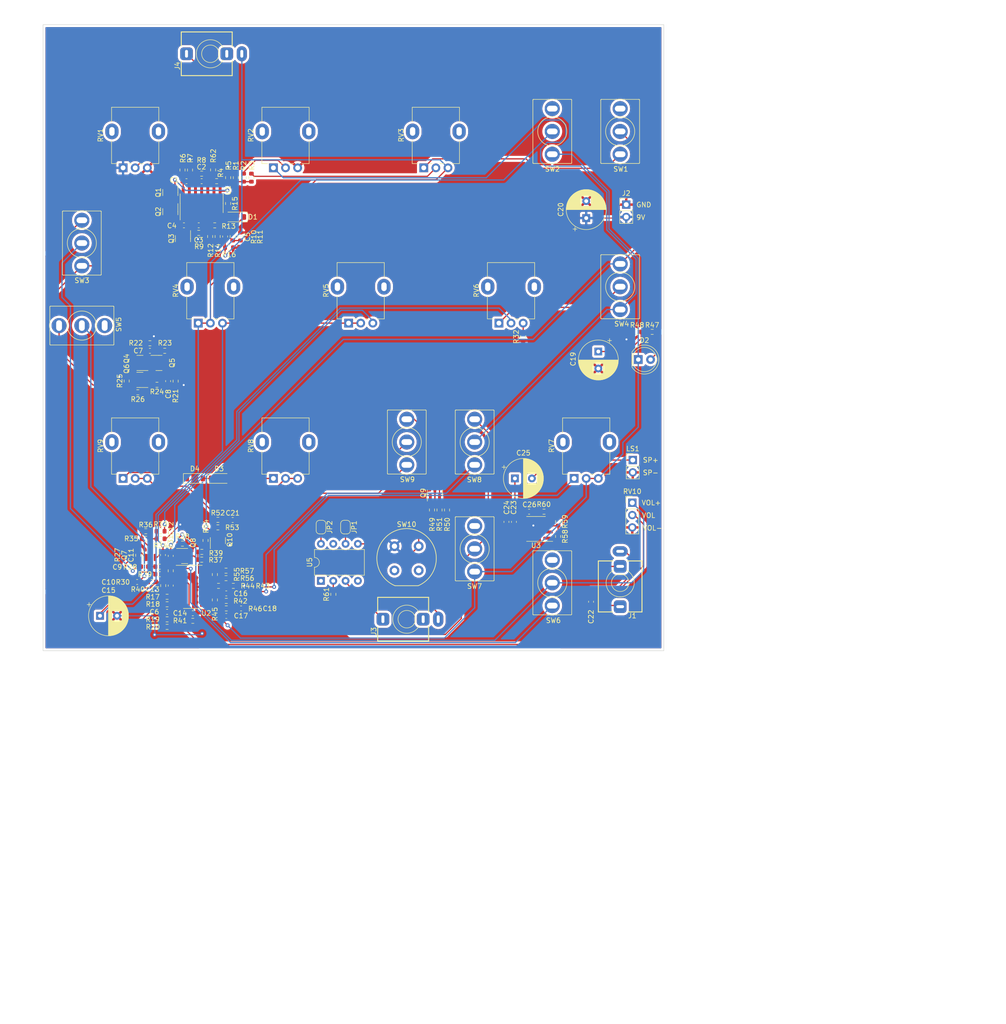
<source format=kicad_pcb>
(kicad_pcb (version 20221018) (generator pcbnew)
  (layers (0 "F.Cu" signal) (31 "B.Cu" signal) (34 "B.Paste" user) (35 "F.Paste" user) (36 "B.SilkS" user "B.Silkscreen") (37 "F.SilkS" user "F.Silkscreen") (38 "B.Mask" user) (39 "F.Mask" user) (44 "Edge.Cuts" user))
  (net 0 "")
  (net 1 "Net-(Q1-C)")
  (net 2 "Net-(C1-Pad2)")
  (net 3 "BN")
  (net 4 "Net-(Q2-B)")
  (net 5 "BP")
  (net 6 "Net-(Q2-C)")
  (net 7 "RMP")
  (net 8 "Net-(SW2-B)")
  (net 9 "Net-(U1B--)")
  (net 10 "Net-(U2B--)")
  (net 11 "Net-(Q4-E)")
  (net 12 "Net-(Q5-B)")
  (net 13 "Net-(C8-Pad1)")
  (net 14 "Net-(Q5-C)")
  (net 15 "Net-(C9-Pad1)")
  (net 16 "Net-(SW3-B)")
  (net 17 "Net-(C10-Pad1)")
  (net 18 "Net-(SW5-B)")
  (net 19 "Net-(Q7-D)")
  (net 20 "Net-(U2A--)")
  (net 21 "Net-(Q8-D)")
  (net 22 "Net-(C12-Pad2)")
  (net 23 "GND")
  (net 24 "Net-(U2C--)")
  (net 25 "Net-(SW7-B)")
  (net 26 "B")
  (net 27 "Net-(SW8-A)")
  (net 28 "Net-(C19-Pad1)")
  (net 29 "Net-(C21-Pad1)")
  (net 30 "Net-(C22-Pad1)")
  (net 31 "Net-(C22-Pad2)")
  (net 32 "Net-(U3-BYPASS)")
  (net 33 "Net-(C25-Pad1)")
  (net 34 "Net-(C25-Pad2)")
  (net 35 "Net-(C26-Pad1)")
  (net 36 "Net-(D1-K)")
  (net 37 "Net-(D1-A)")
  (net 38 "Net-(D2-A)")
  (net 39 "Net-(D3-K)")
  (net 40 "Net-(D3-A)")
  (net 41 "Net-(D4-K)")
  (net 42 "Net-(J1-PadTN)")
  (net 43 "Net-(Q1-B)")
  (net 44 "Net-(Q1-E)")
  (net 45 "Net-(Q3-G)")
  (net 47 "Net-(Q6-B)")
  (net 48 "WNS")
  (net 49 "Net-(Q7-G)")
  (net 50 "A")
  (net 51 "Net-(Q8-G)")
  (net 52 "Net-(Q9-B)")
  (net 53 "Net-(Q9-E)")
  (net 54 "ARG")
  (net 55 "Net-(Q10-G)")
  (net 56 "Net-(R1-Pad1)")
  (net 57 "Net-(U1C--)")
  (net 58 "Net-(R2-Pad1)")
  (net 59 "Net-(R3-Pad1)")
  (net 60 "Net-(U1B-+)")
  (net 61 "Net-(U2B-+)")
  (net 62 "SQR")
  (net 63 "Net-(R19-Pad2)")
  (net 64 "Net-(R32-Pad2)")
  (net 65 "Net-(R33-Pad1)")
  (net 66 "Net-(R33-Pad2)")
  (net 67 "Net-(R42-Pad2)")
  (net 68 "Net-(U2C-+)")
  (net 70 "Net-(R52-Pad1)")
  (net 71 "Net-(U2D-+)")
  (net 72 "Net-(SW9-C)")
  (net 73 "Net-(U3-+)")
  (net 74 "LFO")
  (net 75 "Net-(SW1-A)")
  (net 76 "Net-(SW4-B)")
  (net 79 "Net-(U5-C2)")
  (net 80 "Net-(J3-PadT)")
  (net 82 "Net-(J4-PadT)")
  (net 83 "Net-(U5-GND)")
  (net 84 "Net-(U5-C1)")
  (net 88 "Net-(JP1-B)")
  (net 89 "Net-(JP2-B)")
  (footprint "Resistor_SMD:R_0603_1608Metric" (layer "F.Cu") (at 21.1775 104.38 180)
    (fp_text reference "R36")
    (fp_text value "100k")
  )
  (footprint "Resistor_SMD:R_0603_1608Metric" (layer "F.Cu") (at 19.6275 109.33 90)
    (fp_text reference "R27")
    (fp_text value "47k")
  )
  (footprint "Resistor_SMD:R_0603_1608Metric" (layer "F.Cu") (at 34.45 43.65 -90)
    (fp_text reference "R12")
    (fp_text value "10k")
  )
  (footprint "PCM_4ms_Switch:Switch_Toggle_SPDT_Mini_SolderLug" (layer "F.Cu") (at 89 108 180)
    (fp_text reference "SW7")
    (fp_text value "SW_SPST" hide)
  )
  (footprint "Package_TO_SOT_SMD:SOT-23" (layer "F.Cu") (at 29.19 109.48)
    (fp_text reference "Q8")
    (fp_text value "MMBT5457")
  )
  (footprint "Resistor_SMD:R_0603_1608Metric" (layer "F.Cu") (at 32.7 30.7 180)
    (fp_text reference "R8")
    (fp_text value "4.7k")
  )
  (footprint "Resistor_SMD:R_0603_1608Metric" (layer "F.Cu") (at 40.7 43.65 90)
    (fp_text reference "R10")
    (fp_text value "2M")
  )
  (footprint "Resistor_SMD:R_0603_1608Metric" (layer "F.Cu") (at 35.4275 118.53 -90)
    (fp_text reference "R45")
    (fp_text value "100k")
  )
  (footprint "Potentiometer_THT:Potentiometer_Alpha_RD901F-40-00D_Single_Vertical" (layer "F.Cu") (at 94 61.5 90)
    (fp_text reference "RV6")
    (fp_text value "100k")
  )
  (footprint "Resistor_SMD:R_0603_1608Metric" (layer "F.Cu") (at 28.74 106.93 180)
    (fp_text reference "R38")
    (fp_text value "100k")
  )
  (footprint "Resistor_SMD:R_0603_1608Metric" (layer "F.Cu") (at 25.0875 67.2 180)
    (fp_text reference "R23")
    (fp_text value "470k")
  )
  (footprint "LED_THT:LED_D5.0mm" (layer "F.Cu") (at 122.73 69)
    (fp_text reference "D2")
    (fp_text value "LED")
  )
  (footprint "Package_SO:SOIC-14_3.9x8.7mm_P1.27mm" (layer "F.Cu") (at 30.875 115.84)
    (fp_text reference "U2")
    (fp_text value "LM324")
  )
  (footprint "Capacitor_SMD:C_0603_1608Metric" (layer "F.Cu") (at 25.5775 120.98)
    (fp_text reference "C6")
    (fp_text value "100n")
  )
  (footprint "PCM_4ms_Switch:Switch_Toggle_SPDT_Mini_SolderLug" (layer "F.Cu") (at 8 45)
    (fp_text reference "SW3")
    (fp_text value "SW_SPDT" hide)
  )
  (footprint "Resistor_SMD:R_0603_1608Metric" (layer "F.Cu") (at 24.2275 104.38 180)
    (fp_text reference "R33")
    (fp_text value "39k")
  )
  (footprint "Resistor_SMD:R_0603_1608Metric" (layer "F.Cu") (at 36.0525 102.03)
    (fp_text reference "R52")
    (fp_text value "820")
  )
  (footprint "PCM_4ms_Switch:Switch_Toggle_SPDT_Mini_SolderLug" (layer "F.Cu") (at 119 54)
    (fp_text reference "SW4")
    (fp_text value "SW_SPDT" hide)
  )
  (footprint "Package_TO_SOT_SMD:SOT-23" (layer "F.Cu") (at 19.975 69.7 180)
    (fp_text reference "Q4")
    (fp_text value "MMBT3904")
  )
  (footprint "Resistor_SMD:R_0603_1608Metric" (layer "F.Cu") (at 35.4 41.35 180)
    (fp_text reference "R13")
    (fp_text value "300k")
  )
  (footprint "Potentiometer_THT:Potentiometer_Alpha_RD901F-40-00D_Single_Vertical" (layer "F.Cu") (at 63 61.5 90)
    (fp_text reference "RV5")
    (fp_text value "100k")
  )
  (footprint "PCM_4ms_Switch:Switch_Toggle_SPDT_Mini_SolderLug" (layer "F.Cu") (at 119 22 180)
    (fp_text reference "SW1")
    (fp_text value "SW_SPST" hide)
  )
  (footprint "Capacitor_SMD:C_0603_1608Metric" (layer "F.Cu") (at 29.575 32.25 180)
    (fp_text reference "C1")
    (fp_text value "100p")
  )
  (footprint "Resistor_SMD:R_0603_1608Metric" (layer "F.Cu") (at 24.7775 115.58 90)
    (fp_text reference "R40")
    (fp_text value "4.7k")
  )
  (footprint "Capacitor_THT:CP_Radial_D8.0mm_P3.50mm" (layer "F.Cu") (at 112 39.852651 90)
    (fp_text reference "C20")
    (fp_text value "470u")
  )
  (footprint "Resistor_SMD:R_0603_1608Metric" (layer "F.Cu") (at 99 64.3 90)
    (fp_text reference "R32")
    (fp_text value "27k")
  )
  (footprint "Resistor_SMD:R_0603_1608Metric" (layer "F.Cu") (at 39.1 43.65 -90)
    (fp_text reference "R11")
    (fp_text value "10k")
  )
  (footprint "Capacitor_THT:CP_Radial_D8.0mm_P3.50mm" (layer "F.Cu") (at 97.3 93.5)
    (fp_text reference "C25")
    (fp_text value "220u")
  )
  (footprint "Resistor_SMD:R_0603_1608Metric" (layer "F.Cu") (at 59.86 117.3775 90)
    (fp_text reference "R61")
    (fp_text value "470")
  )
  (footprint "AudioJacks:Jack_3.5mm_QingPu_WQP-PJ301M-12_Vertical" (layer "F.Cu") (at 34.5 6 90)
    (fp_text reference "J4")
    (fp_text value "Thonk")
  )
  (footprint "Resistor_SMD:R_0603_1608Metric" (layer "F.Cu") (at 23.9775 113.23)
    (fp_text reference "R29")
    (fp_text value "3M")
  )
  (footprint "Capacitor_SMD:C_0603_1608Metric" (layer "F.Cu") (at 26.3275 109.455 90)
    (fp_text reference "C12")
    (fp_text value "1n")
  )
  (footprint "Potentiometer_THT:Potentiometer_Alpha_RD901F-40-00D_Single_Vertical" (layer "F.Cu") (at 32 61.5 90)
    (fp_text reference "RV4")
    (fp_text value "100k")
  )
  (footprint "Resistor_SMD:R_0603_1608Metric" (layer "F.Cu") (at 106.2 105.447349 90)
    (fp_text reference "R58")
    (fp_text value "100k")
  )
  (footprint "Resistor_SMD:R_0603_1608Metric" (layer "F.Cu") (at 42.96 31.525 -90)
    (fp_text reference "R3")
    (fp_text value "36k")
  )
  (footprint "Resistor_SMD:R_0603_1608Metric" (layer "F.Cu") (at 19.5375 75.75)
    (fp_text reference "R26")
    (fp_text value "470k")
  )
  (footprint "Package_TO_SOT_SMD:SOT-23" (layer "F.Cu") (at 28.85 44.0875 -90)
    (fp_text reference "Q3")
    (fp_text value "MMBT5457")
  )
  (footprint "Resistor_SMD:R_0603_1608Metric" (layer "F.Cu") (at 32.1 42.9 180)
    (fp_text reference "R9")
    (fp_text value "4.7k")
  )
  (footprint "Package_TO_SOT_SMD:SOT-23" (layer "F.Cu") (at 26.25 34.5875 -90)
    (fp_text reference "Q1")
    (fp_text value "MMBT3904")
  )
  (footprint "Resistor_SMD:R_0603_1608Metric" (layer "F.Cu") (at 25.5775 124.08 180)
    (fp_text reference "R20")
    (fp_text value "10k")
  )
  (footprint "Resistor_SMD:R_0603_1608Metric" (layer "F.Cu") (at 37.7775 120.28)
    (fp_text reference "R46")
    (fp_text value "20k")
  )
  (footprint "PCM_4ms_Switch:Switch_Toggle_SPDT_Mini_SolderLug" (layer "F.Cu") (at 8 62 90)
    (fp_text reference "SW5")
    (fp_text value "SW_SPST" hide)
  )
  (footprint "Diode_SMD:D_SOD-123" (layer "F.Cu") (at 31.3 93.5)
    (fp_text reference "D4")
    (fp_text value "1N4148W")
  )
  (footprint "Resistor_SMD:R_0603_1608Metric" (layer "F.Cu") (at 37.7275 112.5)
    (fp_text reference "R57")
    (fp_text value "150k")
  )
  (footprint "Resistor_SMD:R_0603_1608Metric" (layer "F.Cu") (at 35.4275 113.3 90)
    (fp_text reference "R55")
    (fp_text value "100k")
  )
  (footprint "Package_TO_SOT_SMD:SOT-23" (layer "F.Cu") (at 22.1775 108.8425 90)
    (fp_text reference "Q7")
    (fp_text value "MMBT5457")
  )
  (footprint "Package_SO:SOIC-14_3.9x8.7mm_P1.27mm" (layer "F.Cu") (at 32.7 36.8 90)
    (fp_text reference "U1")
    (fp_text value "LM324")
  )
  (footprint "Capacitor_SMD:C_0603_1608Metric" (layer "F.Cu") (at 95.55 102.447349 -90)
    (fp_text reference "C24")
    (fp_text value "10u")
  )
  (footprint "Resistor_SMD:R_0603_1608Metric" (layer "F.Cu") (at 125.6 63.3)
    (fp_text reference "R47")
    (fp_text value "3k")
  )
  (footprint "Resistor_SMD:R_0603_1608Metric" (layer "F.Cu") (at 24.2275 105.93 180)
    (fp_text reference "R34")
    (fp_text value "100k")
  )
  (footprint "Diode_SMD:D_SOD-123" (layer "F.Cu") (at 39.76 39.625 180)
    (fp_text reference "D1")
    (fp_text value "1N4148W")
  )
  (footprint "Jumper:SolderJumper-2_P1.3mm_Bridged_RoundedPad1.0x1.5mm" (layer "F.Cu") (at 62.36 103.5275 -90)
    (fp_text reference "JP1")
    (fp_text value "Jumper")
  )
  (footprint "Resistor_SMD:R_0603_1608Metric" (layer "F.Cu") (at 83.3 100 -90)
    (fp_text reference "R50")
    (fp_text value "10k")
  )
  (footprint "Package_TO_SOT_SMD:SOT-23" (layer "F.Cu") (at 26.25 38.5375 -90)
    (fp_text reference "Q2")
    (fp_text value "MMBT3904")
  )
  (footprint "Potentiometer_THT:Potentiometer_Alpha_RD901F-40-00D_Single_Vertical" (layer "F.Cu") (at 47.5 93.5 90)
    (fp_text reference "RV8")
    (fp_text value "1M")
  )
  (footprint "Connector_PinHeader_2.54mm:PinHeader_1x03_P2.54mm_Vertical" (layer "F.Cu") (at 121.5 98.51)
    (fp_text reference "RV10")
    (fp_text value "100k")
  )
  (footprint "Resistor_SMD:R_0603_1608Metric" (layer "F.Cu") (at 21.1775 105.93 180)
    (fp_text reference "R35")
    (fp_text value "39k")
  )
  (footprint "Resistor_SMD:R_0603_1608Metric" (layer "F.Cu") (at 81.75 100 90)
    (fp_text reference "R51")
    (fp_text value "200")
  )
  (footprint "Resistor_SMD:R_0603_1608Metric" (layer "F.Cu") (at 41.36 31.525 -90)
    (fp_text reference "R2")
    (fp_text value "100k")
  )
  (footprint "Capacitor_SMD:C_0603_1608Metric" (layer "F.Cu") (at 32.1 41.35 180)
    (fp_text reference "C3")
    (fp_text value "100n")
  )
  (footprint "Resistor_SMD:R_0603_1608Metric" (layer "F.Cu") (at 39.2275 115.63 180)
    (fp_text reference "R43")
    (fp_text value "100k")
  )
  (footprint "Resistor_SMD:R_0603_1608Metric" (layer "F.Cu") (at 37.7275 114.05)
    (fp_text reference "R56")
    (fp_text value "150k")
  )
  (footprint "Resistor_SMD:R_0603_1608Metric" (layer "F.Cu") (at 25.5775 117.88 180)
    (fp_text reference "R17")
    (fp_text value "10k")
  )
  (footprint "Resistor_SMD:R_0603_1608Metric" (layer "F.Cu") (at 32.74 108.63 180)
    (fp_text reference "R39")
    (fp_text value "470k")
  )
  (footprint "Resistor_SMD:R_0603_1608Metric" (layer "F.Cu") (at 38.15 36.85 -90)
    (fp_text reference "R15")
    (fp_text value "15k")
  )
  (footprint "Resistor_SMD:R_0603_1608Metric" (layer "F.Cu") (at 35.06 29.925 90)
    (fp_text reference "R62")
    (fp_text value "47k")
  )
  (footprint "Resistor_SMD:R_0603_1608Metric" (layer "F.Cu") (at 35.8 32.25)
    (fp_text reference "R4")
    (fp_text value "2k")
  )
  (footprint "Resistor_SMD:R_0603_1608Metric" (layer "F.Cu") (at 22.0375 65.65 180)
    (fp_text reference "R22")
    (fp_text value "1M")
  )
  (footprint "Package_TO_SOT_SMD:SOT-23" (layer "F.Cu") (at 80.8 96.5 90)
    (fp_text reference "Q9")
    (fp_text value "MMBT3906")
  )
  (footprint "Resistor_SMD:R_0603_1608Metric" (layer "F.Cu") (at 38.35 45.95 180)
    (fp_text reference "R16")
    (fp_text value "100k")
  )
  (footprint "Resistor_SMD:R_0603_1608Metric" (layer "F.Cu") (at 17.2375 73.425 -90)
    (fp_text reference "R25")
    (fp_text value "10k")
  )
  (footprint "Resistor_SMD:R_0603_1608Metric" (layer "F.Cu") (at 25.5775 122.53)
    (fp_text reference "R19")
    (fp_text value "100k")
  )
  (footprint "Package_TO_SOT_SMD:SOT-23" (layer "F.Cu") (at 19.96 73.2 180)
    (fp_text reference "Q6")
    (fp_text value "MMBT3904")
  )
  (footprint "Capacitor_SMD:C_0603_1608Metric" (layer "F.Cu") (at 40.8275 120.28)
    (fp_text reference "C18")
    (fp_text value "1u")
  )
  (footprint "Jumper:SolderJumper-2_P1.3mm_Bridged_RoundedPad1.0x1.5mm" (layer "F.Cu") (at 57.31 103.5275 -90)
    (fp_text reference "JP2")
    (fp_text value "Jumper")
  )
  (footprint "Capacitor_SMD:C_0603_1608Metric" (layer "F.Cu") (at 100.225 100.347349 180)
    (fp_text reference "C26")
    (fp_text value "47n")
  )
  (footprint "Resistor_SMD:R_0603_1608Metric" (layer "F.Cu") (at 23.9775 111.68)
    (fp_text reference "R28")
    (fp_text value "4.7M")
  )
  (footprint "Resistor_SMD:R_0603_1608Metric" (layer "F.Cu") (at 23.4875 74.2 180)
    (fp_text reference "R24")
    (fp_text value "100k")
  )
  (footprint "Capacitor_SMD:C_0603_1608Metric" (layer "F.Cu") (at 97.1 102.447349 -90)
    (fp_text reference "C23")
    (fp_text value "100n")
  )
  (footprint "Resistor_SMD:R_0603_1608Metric" (layer "F.Cu") (at 26.3275 112.53 90)
    (fp_text reference "R31")
    (fp_text value "4.7M")
  )
  (footprint "Resistor_SMD:R_0603_1608Metric" (layer "F.Cu") (at 36.1775 115.63)
    (fp_text reference "R44")
    (fp_text value "100k")
  )
  (footprint "Potentiometer_THT:Potentiometer_Alpha_RD901F-40-00D_Single_Vertical" (layer "F.Cu") (at 109.5 93.5 90)
    (fp_text reference "RV7")
    (fp_text value "1M")
  )
  (footprint "Resistor_SMD:R_0603_1608Metric" (layer "F.Cu") (at 80.2 100 90)
    (fp_text reference "R49")
    (fp_text value "10k")
  )
  (footprint "Package_SO:SOIC-8_3.9x4.9mm_P1.27mm" (layer "F.Cu") (at 101.65 103.897349 180)
    (fp_text reference "U3")
    (fp_text value "LM386")
  )
  (footprint "Capacitor_SMD:C_0603_1608Metric" (layer "F.Cu") (at 39.1 102.06)
    (fp_text reference "C21")
    (fp_text value "4.7u")
  )
  (footprint "Package_TO_SOT_SMD:SOT-23" (layer "F.Cu") (at 23.9 69.7)
    (fp_text reference "Q5")
    (fp_text value "MMBT3904")
  )
  (footprint "Potentiometer_THT:Potentiometer_Alpha_RD901F-40-00D_Single_Vertical" (layer "F.Cu") (at 16.5 29.5 90)
    (fp_text reference "RV1")
    (fp_text value "100k")
  )
  (footprint "Capacitor_THT:CP_Radial_D8.0mm_P3.50mm" (layer "F.Cu") (at 11.747349 121.8)
    (fp_text reference "C15")
    (fp_text value "470u")
  )
  (footprint "Resistor_SMD:R_0603_1608Metric" (layer "F.Cu") (at 38.16 31.525 90)
    (fp_text reference "R5")
    (fp_text value "270k")
  )
  (footprint "Potentiometer_THT:Potentiometer_Alpha_RD901F-40-00D_Single_Vertical" (layer "F.Cu") (at 16.5 93.5 90)
    (fp_text reference "RV9")
    (fp_text value "1M")
  )
  (footprint "Resistor_SMD:R_0603_1608Metric" (layer "F.Cu") (at 103.3 100.347349 180)
    (fp_text reference "R60")
    (fp_text value "10")
  )
  (footprint "Connector_PinHeader_2.54mm:PinHeader_1x02_P2.54mm_Vertical" (layer "F.Cu") (at 120.25 37.075)
    (fp_text reference "J2")
    (fp_text value "Conn_01x02")
  )
  (footprint "AudioJacks:Jack_3.5mm_QingPu_WQP-PJ301M-12_Vertical" (layer "F.Cu") (at 119 115 180)
    (fp_text reference "J1")
    (fp_text value "Thonk")
  )
  (footprint "Capacitor_SMD:C_0603_1608Metric" (layer "F.Cu") (at 30.8775 121.28 180)
    (fp_text reference "C14")
    (fp_text value "10u")
  )
  (footprint "PCM_4ms_Switch:Switch_Toggle_SPDT_Mini_SolderLug" (layer "F.Cu") (at 105 115 180)
    (fp_text reference "SW6")
    (fp_text value "SW_SPST" hide)
  )
  (footprint "PCM_4ms_Switch:Switch_Toggle_SPDT_Mini_SolderLug" (layer "F.Cu") (at 75 86)
    (fp_text reference "SW9")
    (fp_text value "SW_SPDT" hide)
  )
  (footprint "Capacitor_SMD:C_0603_1608Metric" (layer "F.Cu") (at 25.7875 73.45 90)
    (fp_text reference "C8")
    (fp_text value "100n")
  )
  (footprint "Connector_PinHeader_2.54mm:PinHeader_1x02_P2.54mm_Vertical" (layer "F.Cu") (at 121.6 89.71)
    (fp_text reference "LS1")
    (fp_text value "Speaker")
  )
  (footprint "Capacitor_SMD:C_0603_1608Metric" (layer "F.Cu") (at 37.55 43.65 90)
    (fp_text reference "C5")
    (fp_text value "10n")
  )
  (footprint "Capacitor_SMD:C_0603_1608Metric" (layer "F.Cu") (at 37.7775 121.83 180)
    (fp_text reference "C17")
    (fp_text value "1u")
  )
  (footprint "Capacitor_SMD:C_0603_1608Metric" (layer "F.Cu") (at 22.0375 67.2)
    (fp_text reference "C7")
    (fp_text value "100n")
  )
  (footprint "Resistor_SMD:R_0603_1608Metric" (layer "F.Cu") (at 36 43.65 -90)
    (fp_text reference "R14")
    (fp_text value "10k")
  )
  (footprint "Resistor_SMD:R_0603_1608Metric" (layer "F.Cu") (at 36.0525 103.58 180)
    (fp_text reference "R53")
    (fp_text value "10k")
  )
  (footprint "Capacitor_SMD:C_0603_1608Metric" (layer "F.Cu") (at 24.7275 109.28 -90)
    (fp_text reference "C11")
    (fp_text value "1n")
  )
  (footprint "Capacitor_SMD:C_0603_1608Metric" (layer "F.Cu") (at 19.4025 114.83)
    (fp_text reference "C10")
    (fp_text value "100n")
  )
  (footprint "Diode_SMD:D_SOD-123" (layer "F.Cu") (at 36.3 93.5)
    (fp_text reference "D3")
    (fp_text value "1N4148W")
  )
  (footprint "PCM_4ms_Switch:Switch_Toggle_SPDT_Mini_SolderLug" (layer "F.Cu") (at 105 22 180)
    (fp_text reference "SW2")
    (fp_text value "SW_SPST" hide)
  )
  (footprint "Resistor_SMD:R_0603_1608Metric" (layer "F.Cu") (at 32.715 110.23 180)
    (fp_text reference "R37")
    (fp_text value "1M")
  )
  (footprint "Resistor_SMD:R_0603_1608Metric" (layer "F.Cu") (at 106.2 102.397349 -90)
    (fp_text reference "R59")
    (fp_text value "20k")
  )
  (footprint "Capacitor_SMD:C_0603_1608Metric" (layer "F.Cu") (at 29.05 41.35 180)
    (fp_text reference "C4")
    (fp_text value "1n")
  )
  (footprint "Resistor_SMD:R_0603_1608Metric" (layer "F.Cu") (at 28.75 29.95 90)
    (fp_text reference "R6")
    (fp_text value "10k")
  )
  (footprint "Package_DIP:DIP-8_W7.62mm" (layer "F.Cu") (at 57.3 114.6 90)
    (fp_text reference "U5")
    (fp_text value "6N138")
  )
  (footprint "Resistor_SMD:R_0603_1608Metric" (layer "F.Cu") (at 30.3 29.95 -90)
    (fp_text reference "R7")
    (fp_text value "2M")
  )
  (footprint "Capacitor_THT:CP_Radial_D8.0mm_P3.50mm" (layer "F.Cu") (at 114.5 67.347349 -90)
    (fp_text reference "C19")
    (fp_text value "470u")
  )
  (footprint "Potentiometer_THT:Potentiometer_Alpha_RD901F-40-00D_Single_Vertical" (layer "F.Cu") (at 78.5 29.5 90)
    (fp_text reference "RV3")
    (fp_text value "100k")
  )
  (footprint "Resistor_SMD:R_0603_1608Metric" (layer "F.Cu") (at 30.8775 122.83)
    (fp_text reference "R41")
    (fp_text value "4.7k")
  )
  (footprint "Capacitor_SMD:C_0603_1608Metric" (layer "F.Cu") (at 20.9275 111.68 180)
    (fp_text reference "C9")
    (fp_text value "100n")
  )
  (footprint "Button_Switch_THT:Push_E-Switch_KS01Q01" (layer "F.Cu") (at 72.46 107.46)
    (fp_text reference "SW10")
    (fp_text value "SW_Push")
  )
  (footprint "Resistor_SMD:R_0603_1608Metric" (layer "F.Cu") (at 27.3375 73.45 -90)
    (fp_text reference "R21")
    (fp_text value "10k")
  )
  (footprint "Resistor_SMD:R_0603_1608Metric" (layer "F.Cu") (at 37.7775 118.73)
    (fp_text reference "R42")
    (fp_text value "3k")
  )
  (footprint "Capacitor_SMD:C_0603_1608Metric" (layer "F.Cu") (at 26.3275 115.58 -90)
    (fp_text reference "C13")
    (fp_text value "10u")
  )
  (footprint "Resistor_SMD:R_0603_1608Metric" (layer "F.Cu") (at 122.5 63.3)
    (fp_text reference "R48")
    (fp_text value "3k")
  )
  (footprint "Resistor_SMD:R_0603_1608Metric" (layer "F.Cu") (at 22.4775 114.83)
    (fp_text reference "R30")
    (fp_text value "47k")
  )
  (footprint "Capacitor_SMD:C_0603_1608Metric" (layer "F.Cu") (at 32.7 32.25 180)
    (fp_text reference "C2")
    (fp_text value "100n")
  )
  (footprint "Capacitor_SMD:C_0603_1608Metric" (layer "F.Cu") (at 113 118.9 -90)
    (fp_text reference "C22")
    (fp_text value "1u")
  )
  (footprint "AudioJacks:Jack_3.5mm_QingPu_WQP-PJ301M-12_Vertical" (layer "F.Cu") (at 75 122.5 90)
    (fp_text reference "J3")
    (fp_text value "Thonk")
  )
  (footprint "PCM_4ms_Switch:Switch_Toggle_SPDT_Mini_SolderLug" (layer "F.Cu") (at 89 86 180)
    (fp_text reference "SW8")
    (fp_text value "SW_SPDT" hide)
  )
  (footprint "Resistor_SMD:R_0603_1608Metric" (layer "F.Cu") (at 25.5775 119.43 180)
    (fp_text reference "R18")
    (fp_text value "2M")
  )
  (footprint "Capacitor_SMD:C_0603_1608Metric" (layer "F.Cu") (at 37.7775 117.18 180)
    (fp_text reference "C16")
    (fp_text value "1u")
  )
  (footprint "Resistor_SMD:R_0603_1608Metric" (layer "F.Cu") (at 33.5025 106.28 -90)
    (fp_text reference "R54")
    (fp_text value "4.7k")
  )
  (footprint "Package_TO_SOT_SMD:SOT-23" (layer "F.Cu") (at 36.0525 106.3175 90)
    (fp_text reference "Q10")
    (fp_text value "MMBT5457")
  )
  (footprint "Resistor_SMD:R_0603_1608Metric" (layer "F.Cu") (at 39.76 31.525 -90)
    (fp_text reference "R1")
    (fp_text value "75k")
  )
  (footprint "Potentiometer_THT:Potentiometer_Alpha_RD901F-40-00D_Single_Vertical" (layer "F.Cu") (at 47.5 29.5 90)
    (fp_text reference "RV2")
    (fp_text value "100k")
  )
  (gr_rect (start 0 0) (end 128 129) (stroke (width 0.1)) (fill none) (layer "Edge.Cuts"))
  (gr_text "VOL-" (at 123.6 104.3) (layer "F.SilkS") (effects (font (size 1 1)) (justify left bottom)))
  (gr_text "GND" (at 122.25 37.7) (layer "F.SilkS") (effects (font (size 1 1)) (justify left bottom)))
  (gr_text "SP-" (at 123.6 92.9) (layer "F.SilkS") (effects (font (size 1 1)) (justify left bottom)))
  (gr_text "9V" (at 122.25 40.3) (layer "F.SilkS") (effects (font (size 1 1)) (justify left bottom)))
  (gr_text "VOL+" (at 123.35 99.1) (layer "F.SilkS") (effects (font (size 1 1)) (justify left bottom)))
  (gr_text "SP+" (at 123.6 90.3) (layer "F.SilkS") (effects (font (size 1 1)) (justify left bottom)))
  (gr_text "VOL" (at 123.4 101.7) (layer "F.SilkS") (effects (font (size 1 1)) (justify left bottom)))
  (segment (start 30.3 30.775) (end 30.3 32.2) (width 0.25) (layer "F.Cu") (net 1))
  (segment (start 30.16 34.325) (end 30.16 32.44) (width 0.25) (layer "F.Cu") (net 1))
  (segment (start 30.16 35.34) (end 30.16 34.325) (width 0.25) (layer "F.Cu") (net 1))
  (segment (start 30.3 32.2) (end 30.35 32.25) (width 0.25) (layer "F.Cu") (net 1))
  (segment (start 29.35 36.15) (end 30.16 35.34) (width 0.25) (layer "F.Cu") (net 1))
  (segment (start 26.875 36.15) (end 29.35 36.15) (width 0.25) (layer "F.Cu") (net 1))
  (segment (start 26.25 35.525) (end 26.875 36.15) (width 0.25) (layer "F.Cu") (net 1))
  (segment (start 30.16 32.44) (end 30.35 32.25) (width 0.25) (layer "F.Cu") (net 1))
  (segment (start 28.89 32.34) (end 28.8 32.25) (width 0.25) (layer "F.Cu") (net 2))
  (segment (start 28.89 34.325) (end 28.89 32.34) (width 0.25) (layer "F.Cu") (net 2))
  (segment (start 28.8 30.825) (end 28.75 30.775) (width 0.25) (layer "F.Cu") (net 2))
  (segment (start 28.8 32.25) (end 28.8 30.825) (width 0.25) (layer "F.Cu") (net 2))
  (segment (start 33.525 30.7) (end 33.525 29.875) (width 0.2) (layer "F.Cu") (net 3))
  (segment (start 32.7 34.325) (end 32.7 33.025) (width 0.2) (layer "F.Cu") (net 3))
  (segment (start 32.7 33.025) (end 33.475 32.25) (width 0.2) (layer "F.Cu") (net 3))
  (segment (start 33.525 29.875) (end 32.8 29.15) (width 0.2) (layer "F.Cu") (net 3))
  (via (at 23 125.7) (size 0.8) (drill 0.4) (layers "F.Cu" "B.Cu") (net 3))
  (via (at 32.8 125.45) (size 0.8) (drill 0.4) (layers "F.Cu" "B.Cu") (net 3))
  (via (at 23.05 122.3) (size 0.8) (drill 0.4) (layers "F.Cu" "B.Cu") (net 3))
  (segment (start 23.05 125.65) (end 23 125.7) (width 0.2) (layer "B.Cu") (net 3))
  (segment (start 15.247349 121.8) (end 22.55 121.8) (width 0.2) (layer "B.Cu") (net 3))
  (segment (start 23.05 122.3) (end 23.05 125.65) (width 0.2) (layer "B.Cu") (net 3))
  (segment (start 23 125.7) (end 32.55 125.7) (width 0.2) (layer "B.Cu") (net 3))
  (segment (start 22.55 121.8) (end 23.05 122.3) (width 0.2) (layer "B.Cu") (net 3))
  (segment (start 32.55 125.7) (end 32.8 125.45) (width 0.2) (layer "B.Cu") (net 3))
  (segment (start 31.43 38.58) (end 31.43 39.275) (width 0.25) (layer "F.Cu") (net 4))
  (segment (start 33.249997 36.020002) (end 31.43 36.020002) (width 0.25) (layer "F.Cu") (net 4))
  (segment (start 31.43 32.745) (end 31.925 32.25) (width 0.25) (layer "F.Cu") (net 4))
  (segment (start 33.97 35.299999) (end 33.249997 36.020002) (width 0.25) (layer "F.Cu") (net 4))
  (segment (start 31.43 34.325) (end 31.43 36.020002) (width 0.25) (layer "F.Cu") (net 4))
  (segment (start 31.925 30.75) (end 31.875 30.7) (width 0.25) (layer "F.Cu") (net 4))
  (segment (start 31.275 41.4) (end 31.325 41.35) (width 0.25) (layer "F.Cu") (net 4))
  (segment (start 30.150001 37.300001) (end 31.43 38.58) (width 0.25) (layer "F.Cu") (net 4))
  (segment (start 31.43 41.245) (end 31.325 41.35) (width 0.25) (layer "F.Cu") (net 4))
  (segment (start 31.43 34.325) (end 31.43 32.745) (width 0.25) (layer "F.Cu") (net 4))
  (segment (start 27.2 37.6) (end 27.499999 37.300001) (width 0.25) (layer "F.Cu") (net 4))
  (segment (start 31.43 36.020002) (end 30.150001 37.300001) (width 0.25) (layer "F.Cu") (net 4))
  (segment (start 33.97 34.325) (end 33.97 35.299999) (width 0.25) (layer "F.Cu") (net 4))
  (segment (start 31.43 39.275) (end 31.43 41.245) (width 0.25) (layer "F.Cu") (net 4))
  (segment (start 27.499999 37.300001) (end 30.150001 37.300001) (width 0.25) (layer "F.Cu") (net 4))
  (segment (start 31.925 32.25) (end 31.925 30.75) (width 0.25) (layer "F.Cu") (net 4))
  (segment (start 31.275 42.9) (end 31.275 41.4) (width 0.25) (layer "F.Cu") (net 4))
  (segment (start 112 39.852651) (end 120.012349 39.852651) (width 0.2) (layer "F.Cu") (net 5))
  (segment (start 121.675 63.475) (end 120.3 64.85) (width 0.2) (layer "F.Cu") (net 5))
  (segment (start 37.0025 107.255) (end 38.445 107.255) (width 0.2) (layer "F.Cu") (net 5))
  (segment (start 22.8625 64.2125) (end 22.85 64.2) (width 0.2) (layer "F.Cu") (net 5))
  (segment (start 28.975 74.275) (end 29 74.25) (width 0.2) (layer "F.Cu") (net 5))
  (segment (start 24.7775 116.405) (end 23.395 116.405) (width 0.2) (layer "F.Cu") (net 5))
  (segment (start 32.925 42.9) (end 32.925 43.225) (width 0.2) (layer "F.Cu") (net 5))
  (segment (start 120.012349 39.852651) (end 120.25 39.615) (width 0.2) (layer "F.Cu") (net 5))
  (segment (start 15.8 72.6) (end 15.75 72.55) (width 0.2) (layer "F.Cu") (net 5))
  (segment (start 32.7 39.275) (end 32.7 41.175) (width 0.2) (layer "F.Cu") (net 5))
  (segment (start 27.3375 74.275) (end 28.975 74.275) (width 0.2) (layer "F.Cu") (net 5))
  (segment (start 24.7775 116.405) (end 26.2775 116.405) (width 0.2) (layer "F.Cu") (net 5))
  (segment (start 32.875 41.35) (end 32.875 42.85) (width 0.2) (layer "F.Cu") (net 5))
  (segment (start 38.16 29.21) (end 38.15 29.2) (width 0.2) (layer "F.Cu") (net 5))
  (segment (start 28.4 115.84) (end 26.8425 115.84) (width 0.2) (layer "F.Cu") (net 5))
  (segment (start 26.8425 115.84) (end 26.3275 116.355) (width 0.2) (layer "F.Cu") (net 5))
  (segment (start 38.5525 114.05) (end 38.5525 114.13) (width 0.2) (layer "F.Cu") (net 5))
  (segment (start 38.16 30.7) (end 38.16 29.21) (width 0.2) (layer "F.Cu") (net 5))
  (segment (start 97.14 103.262349) (end 97.1 103.222349) (width 0.2) (layer "F.Cu") (net 5))
  (segment (start 25.37 105.93) (end 25.0525 105.93) (width 0.2) (layer "F.Cu") (net 5))
  (segment (start 30.3 29.125) (end 30.3 27.65) (width 0.2) (layer "F.Cu") (net 5))
  (segment (start 22.8625 65.65) (end 22.8625 64.2125) (width 0.2) (layer "F.Cu") (net 5))
  (segment (start 41.47 115.63) (end 40.0525 115.63) (width 0.2) (layer "F.Cu") (net 5))
  (segment (start 32.875 42.85) (end 32.925 42.9) (width 0.2) (layer "F.Cu") (net 5))
  (segment (start 57.31 102.8775) (end 62.36 102.8775) (width 0.2) (layer "F.Cu") (net 5))
  (segment (start 36 44.475) (end 36 45.85) (width 0.2) (layer "F.Cu") (net 5))
  (segment (start 101.037651 103.262349) (end 101.1 103.2) (width 0.2) (layer "F.Cu") (net 5))
  (segment (start 67.8775 102.8775) (end 72.46 107.46) (width 0.2) (layer "F.Cu") (net 5))
  (segment (start 28.3 103) (end 25.37 105.93) (width 0.2) (layer "F.Cu") (net 5))
  (segment (start 62.36 102.8775) (end 67.8775 102.8775) (width 0.2) (layer "F.Cu") (net 5))
  (segment (start 32.7 41.175) (end 32.875 41.35) (width 0.2) (layer "F.Cu") (net 5))
  (segment (start 23.395 116.405) (end 23.2 116.6) (width 0.2) (layer "F.Cu") (net 5))
  (segment (start 38.5525 114.13) (end 40.0525 115.63) (width 0.2) (layer "F.Cu") (net 5))
  (segment (start 121.675 63.3) (end 121.675 63.475) (width 0.2) (layer "F.Cu") (net 5))
  (segment (start 32.925 43.225) (end 31.95 44.2) (width 0.2) (layer "F.Cu") (net 5))
  (segment (start 38.445 107.255) (end 38.5 107.2) (width 0.2) (layer "F.Cu") (net 5))
  (segment (start 26.2775 116.405) (end 26.3275 116.355) (width 0.2) (layer "F.Cu") (net 5))
  (segment (start 17.2375 72.6) (end 15.8 72.6) (width 0.2) (layer "F.Cu") (net 5))
  (segment (start 41.5 115.6) (end 41.47 115.63) (width 0.2) (layer "F.Cu") (net 5))
  (segment (start 99.175 103.262349) (end 97.14 103.262349) (width 0.2) (layer "F.Cu") (net 5))
  (segment (start 99.175 103.262349) (end 101.037651 103.262349) (width 0.2) (layer "F.Cu") (net 5))
  (via (at 22.85 64.2) (size 0.8) (drill 0.4) (layers "F.Cu" "B.Cu") (net 5))
  (via (at 38.5 107.2) (size 0.8) (drill 0.4) (layers "F.Cu" "B.Cu") (net 5))
  (via (at 38.15 29.2) (size 0.8) (drill 0.4) (layers "F.Cu" "B.Cu") (net 5))
  (via (at 15.75 72.55) (size 0.8) (drill 0.4) (layers "F.Cu" "B.Cu") (net 5))
  (via (at 30.3 27.65) (size 0.8) (drill 0.4) (layers "F.Cu" "B.Cu") (net 5))
  (via (at 36 45.85) (size 0.8) (drill 0.4) (layers "F.Cu" "B.Cu") (net 5))
  (via (at 31.95 44.2) (size 0.8) (drill 0.4) (layers "F.Cu" "B.Cu") (net 5))
  (via (at 23.2 116.6) (size 0.8) (drill 0.4) (layers "F.Cu" "B.Cu") (net 5))
  (via (at 29 74.25) (size 0.8) (drill 0.4) (layers "F.Cu" "B.Cu") (net 5))
  (via (at 120.3 64.85) (size 0.8) (drill 0.4) (layers "F.Cu" "B.Cu") (net 5))
  (via (at 41.5 115.6) (size 0.8) (drill 0.4) (layers "F.Cu" "B.Cu") (net 5))
  (via (at 28.3 103) (size 0.8) (drill 0.4) (layers "F.Cu" "B.Cu") (net 5))
  (via (at 101.1 103.2) (size 0.8) (drill 0.4) (layers "F.Cu" "B.Cu") (net 5))
  (segment (start 30.16 41.015) (end 29.825 41.35) (width 0.25) (layer "F.Cu") (net 6))
  (segment (start 30.16 38.300001) (end 30.16 39.275) (width 0.25) (layer "F.Cu") (net 6))
  (segment (start 29.825 41.35) (end 29.825 43.125) (width 0.25) (layer "F.Cu") (net 6))
  (segment (start 29.825 43.125) (end 29.8 43.15) (width 0.25) (layer "F.Cu") (net 6))
  (segment (start 30.16 39.275) (end 30.16 41.015) (width 0.25) (layer "F.Cu") (net 6))
  (segment (start 26.25 39.475) (end 26.775 39.475) (width 0.25) (layer "F.Cu") (net 6))
  (segment (start 26.775 39.475) (end 28.35 37.9) (width 0.25) (layer "F.Cu") (net 6))
  (segment (start 28.35 37.9) (end 29.759999 37.9) (width 0.25) (layer "F.Cu") (net 6))
  (segment (start 29.759999 37.9) (end 30.16 38.300001) (width 0.25) (layer "F.Cu") (net 6))
  (segment (start 28.275 42.775) (end 27.9 43.15) (width 0.25) (layer "F.Cu") (net 7))
  (segment (start 28.89 40.735) (end 28.275 41.35) (width 0.25) (layer "F.Cu") (net 7))
  (segment (start 8 49.7) (end 21.35 49.7) (width 0.25) (layer "F.Cu") (net 7))
  (segment (start 27.9 46.05) (end 27.9 43.15) (width 0.25) (layer "F.Cu") (net 7))
  (segment (start 19.42 123.63) (end 8.566396 123.63) (width 0.25) (layer "F.Cu") (net 7))
  (segment (start 32.375 46.55) (end 28.4 46.55) (width 0.25) (layer "F.Cu") (net 7))
  (segment (start 28.275 41.35) (end 28.275 42.775) (width 0.25) (layer "F.Cu") (net 7))
  (segment (start 34.45 44.475) (end 32.375 46.55) (width 0.25) (layer "F.Cu") (net 7))
  (segment (start 28.89 39.275) (end 28.89 40.735) (width 0.25) (layer "F.Cu") (net 7))
  (segment (start 8.566396 123.63) (end 1.075 116.138604) (width 0.25) (layer "F.Cu") (net 7))
  (segment (start 24.7525 117.88) (end 24.7525 119.43) (width 0.25) (layer "F.Cu") (net 7))
  (segment (start 1.075 56.625) (end 8 49.7) (width 0.25) (layer "F.Cu") (net 7))
  (segment (start 23.62 119.43) (end 19.42 123.63) (width 0.25) (layer "F.Cu") (net 7))
  (segment (start 1.075 116.138604) (end 1.075 56.625) (width 0.25) (layer "F.Cu") (net 7))
  (segment (start 24.7525 119.43) (end 23.62 119.43) (width 0.25) (layer "F.Cu") (net 7))
  (segment (start 28.4 46.55) (end 27.9 46.05) (width 0.25) (layer "F.Cu") (net 7))
  (segment (start 21.35 49.7) (end 27.9 43.15) (width 0.25) (layer "F.Cu") (net 7))
  (segment (start 37.55 45.925) (end 37.525 45.95) (width 0.25) (layer "F.Cu") (net 8))
  (segment (start 37.575 47.575) (end 37.525 47.525) (width 0.25) (layer "F.Cu") (net 8))
  (segment (start 37.525 47.525) (end 37.525 45.95) (width 0.25) (layer "F.Cu") (net 8))
  (segment (start 37.55 44.425) (end 37.55 45.925) (width 0.25) (layer "F.Cu") (net 8))
  (via (at 37.575 47.575) (size 0.8) (drill 0.4) (layers "F.Cu" "B.Cu") (net 8))
  (segment (start 37.575 47.575) (end 53.15 32) (width 0.25) (layer "B.Cu") (net 8))
  (segment (start 53.15 32) (end 95 32) (width 0.25) (layer "B.Cu") (net 8))
  (segment (start 95 32) (end 105 22) (width 0.25) (layer "B.Cu") (net 8))
  (segment (start 35.3 39.335) (end 35.3 42.125) (width 0.25) (layer "F.Cu") (net 9))
  (segment (start 35.24 39.275) (end 35.3 39.335) (width 0.25) (layer "F.Cu") (net 9))
  (segment (start 35.24 38.300001) (end 35.24 39.275) (width 0.25) (layer "F.Cu") (net 9))
  (segment (start 38.15 37.675) (end 35.865001 37.675) (width 0.25) (layer "F.Cu") (net 9))
  (segment (start 37.5 42.825) (end 37.55 42.875) (width 0.25) (layer "F.Cu") (net 9))
  (segment (start 35.865001 37.675) (end 35.24 38.300001) (width 0.25) (layer "F.Cu") (net 9))
  (segment (start 35.3 42.125) (end 36 42.825) (width 0.25) (layer "F.Cu") (net 9))
  (segment (start 36 42.825) (end 37.5 42.825) (width 0.25) (layer "F.Cu") (net 9))
  (segment (start 26.4025 120.93) (end 26.3525 120.98) (width 0.25) (layer "F.Cu") (net 10))
  (segment (start 28.4 118.38) (end 27.4525 118.38) (width 0.25) (layer "F.Cu") (net 10))
  (segment (start 26.4025 119.43) (end 26.4025 120.93) (width 0.25) (layer "F.Cu") (net 10))
  (segment (start 27.4525 118.38) (end 26.4025 119.43) (width 0.25) (layer "F.Cu") (net 10))
  (segment (start 21.2125 67.15) (end 21.2625 67.2) (width 0.25) (layer "F.Cu") (net 11))
  (segment (start 20.9125 68.75) (end 20.9125 67.55) (width 0.25) (layer "F.Cu") (net 11))
  (segment (start 20.9125 67.55) (end 21.2625 67.2) (width 0.25) (layer "F.Cu") (net 11))
  (segment (start 21.2125 65.65) (end 21.2125 67.15) (width 0.25) (layer "F.Cu") (net 11))
  (segment (start 22.9625 68.75) (end 22.9625 67.35) (width 0.25) (layer "F.Cu") (net 12))
  (segment (start 24.2625 67.2) (end 22.8125 67.2) (width 0.25) (layer "F.Cu") (net 12))
  (segment (start 22.9625 67.35) (end 22.8125 67.2) (width 0.25) (layer "F.Cu") (net 12))
  (segment (start 24.3375 74.225) (end 24.3125 74.2) (width 0.25) (layer "F.Cu") (net 13))
  (segment (start 25.7875 74.225) (end 24.3375 74.225) (width 0.25) (layer "F.Cu") (net 13))
  (segment (start 25.7875 70.65) (end 24.8375 69.7) (width 0.25) (layer "F.Cu") (net 14))
  (segment (start 27.3375 72.625) (end 25.8375 72.625) (width 0.25) (layer "F.Cu") (net 14))
  (segment (start 25.8375 72.625) (end 25.7875 72.675) (width 0.25) (layer "F.Cu") (net 14))
  (segment (start 25.7875 72.675) (end 25.7875 70.65) (width 0.25) (layer "F.Cu") (net 14))
  (segment (start 25.9125 68.625) (end 25.9125 67.2) (width 0.25) (layer "F.Cu") (net 14))
  (segment (start 24.8375 69.7) (end 25.9125 68.625) (width 0.25) (layer "F.Cu") (net 14))
  (segment (start 21.7025 111.68) (end 23.1525 111.68) (width 0.25) (layer "F.Cu") (net 15))
  (segment (start 19.6275 111.155) (end 20.1525 111.68) (width 0.25) (layer "F.Cu") (net 16))
  (segment (start 20.1525 111.68) (end 19.37 111.68) (width 0.25) (layer "F.Cu") (net 16))
  (segment (start 19.37 111.68) (end 18.5 112.55) (width 0.25) (layer "F.Cu") (net 16))
  (segment (start 19.6275 110.155) (end 19.6275 111.155) (width 0.25) (layer "F.Cu") (net 16))
  (via (at 18.5 112.55) (size 0.8) (drill 0.4) (layers "F.Cu" "B.Cu") (net 16))
  (segment (start 3.9 49.1) (end 3.9 56.2) (width 0.25) (layer "B.Cu") (net 16))
  (segment (start 8 45) (end 3.9 49.1) (width 0.25) (layer "B.Cu") (net 16))
  (segment (start 5.65 57.95) (end 5.65 99.7) (width 0.25) (layer "B.Cu") (net 16))
  (segment (start 3.9 56.2) (end 5.65 57.95) (width 0.25) (layer "B.Cu") (net 16))
  (segment (start 5.65 99.7) (end 18.5 112.55) (width 0.25) (layer "B.Cu") (net 16))
  (segment (start 22.7225 112.8) (end 20.05 112.8) (width 0.25) (layer "F.Cu") (net 17))
  (segment (start 18.6275 114.2225) (end 18.6275 114.83) (width 0.25) (layer "F.Cu") (net 17))
  (segment (start 20.05 112.8) (end 18.6275 114.2225) (width 0.25) (layer "F.Cu") (net 17))
  (segment (start 23.1525 113.23) (end 22.7225 112.8) (width 0.25) (layer "F.Cu") (net 17))
  (segment (start 20.1775 114.83) (end 20.1775 114.3225) (width 0.25) (layer "F.Cu") (net 18))
  (segment (start 20.1775 114.83) (end 21.6525 114.83) (width 0.25) (layer "F.Cu") (net 18))
  (segment (start 20.1775 114.3225) (end 20.9 113.6) (width 0.25) (layer "F.Cu") (net 18))
  (via (at 20.9 113.6) (size 0.8) (drill 0.4) (layers "F.Cu" "B.Cu") (net 18))
  (segment (start 9.85 63.85) (end 8 62) (width 0.25) (layer "B.Cu") (net 18))
  (segment (start 20.9 106.3) (end 9.85 95.25) (width 0.25) (layer "B.Cu") (net 18))
  (segment (start 20.9 113.6) (end 20.9 106.3) (width 0.25) (layer "B.Cu") (net 18))
  (segment (start 9.85 95.25) (end 9.85 63.85) (width 0.25) (layer "B.Cu") (net 18))
  (segment (start 24.7275 108.505) (end 24.7275 107.3275) (width 0.25) (layer "F.Cu") (net 19))
  (segment (start 23.4525 109.78) (end 24.7275 108.505) (width 0.25) (layer "F.Cu") (net 19))
  (segment (start 63 61.5) (end 65.5 61.5) (width 0.25) (layer "F.Cu") (net 19))
  (segment (start 24.7275 107.3275) (end 24.7 107.3) (width 0.25) (layer "F.Cu") (net 19))
  (segment (start 23.1275 109.78) (end 23.4525 109.78) (width 0.25) (layer "F.Cu") (net 19))
  (segment (start 37 61.5) (end 63 61.5) (width 0.25) (layer "F.Cu") (net 19))
  (via (at 24.7 107.3) (size 0.8) (drill 0.4) (layers "F.Cu" "B.Cu") (net 19))
  (segment (start 37 61.5) (end 37 87.863604) (width 0.25) (layer "B.Cu") (net 19))
  (segment (start 37 87.863604) (end 23.75 101.113604) (width 0.25) (layer "B.Cu") (net 19))
  (segment (start 23.75 106.35) (end 24.7 107.3) (width 0.25) (layer "B.Cu") (net 19))
  (segment (start 23.75 101.113604) (end 23.75 106.35) (width 0.25) (layer "B.Cu") (net 19))
  (segment (start 24.8025 111.68) (end 24.8025 113.23) (width 0.25) (layer "F.Cu") (net 20))
  (segment (start 24.7275 110.055) (end 24.7275 111.605) (width 0.25) (layer "F.Cu") (net 20))
  (segment (start 24.9275 113.355) (end 24.8025 113.23) (width 0.25) (layer "F.Cu") (net 20))
  (segment (start 26.3275 113.355) (end 24.9275 113.355) (width 0.25) (layer "F.Cu") (net 20))
  (segment (start 24.7275 111.605) (end 24.8025 111.68) (width 0.25) (layer "F.Cu") (net 20))
  (segment (start 26.3825 113.3) (end 26.3275 113.355) (width 0.25) (layer "F.Cu") (net 20))
  (segment (start 28.4 113.3) (end 26.3825 113.3) (width 0.25) (layer "F.Cu") (net 20))
  (segment (start 28.2525 110.43) (end 28.2525 111.8825) (width 0.25) (layer "F.Cu") (net 21))
  (segment (start 26.6525 112.03) (end 26.3275 111.705) (width 0.25) (layer "F.Cu") (net 21))
  (segment (start 28.4 112.03) (end 30.38 112.03) (width 0.25) (layer "F.Cu") (net 21))
  (segment (start 28.2525 111.8825) (end 28.4 112.03) (width 0.25) (layer "F.Cu") (net 21))
  (segment (start 30.38 112.03) (end 30.45 112.1) (width 0.25) (layer "F.Cu") (net 21))
  (segment (start 28.2525 110.43) (end 26.5275 110.43) (width 0.25) (layer "F.Cu") (net 21))
  (segment (start 26.5275 110.43) (end 26.3275 110.23) (width 0.25) (layer "F.Cu") (net 21))
  (segment (start 26.3275 111.705) (end 26.3275 110.23) (width 0.25) (layer "F.Cu") (net 21))
  (segment (start 28.4 112.03) (end 26.6525 112.03) (width 0.25) (layer "F.Cu") (net 21))
  (via (at 30.45 112.1) (size 0.8) (drill 0.4) (layers "F.Cu" "B.Cu") (net 21))
  (segment (start 30.45 112.1) (end 30.45 119.1) (width 0.25) (layer "B.Cu") (net 21))
  (segment (start 97.4 127.3) (end 105 119.7) (width 0.25) (layer "B.Cu") (net 21))
  (segment (start 38.65 127.3) (end 97.4 127.3) (width 0.25) (layer "B.Cu") (net 21))
  (segment (start 30.45 119.1) (end 38.65 127.3) (width 0.25) (layer "B.Cu") (net 21))
  (segment (start 26.3275 107.2225) (end 26.35 107.2) (width 0.25) (layer "F.Cu") (net 22))
  (segment (start 26.3275 108.68) (end 26.3275 107.2225) (width 0.25) (layer "F.Cu") (net 22))
  (via (at 26.35 107.2) (size 0.8) (drill 0.4) (layers "F.Cu" "B.Cu") (net 22))
  (segment (start 40.4 79.9) (end 61.45 58.85) (width 0.25) (layer "B.Cu") (net 22))
  (segment (start 26.35 107.2) (end 27.15 106.4) (width 0.25) (layer "B.Cu") (net 22))
  (segment (start 68 61) (end 68 61.5) (width 0.25) (layer "B.Cu") (net 22))
  (segment (start 65.85 58.85) (end 68 61) (width 0.25) (layer "B.Cu") (net 22))
  (segment (start 27.15 98.986396) (end 40.4 85.736396) (width 0.25) (layer "B.Cu") (net 22))
  (segment (start 27.15 106.4) (end 27.15 98.986396) (width 0.25) (layer "B.Cu") (net 22))
  (segment (start 61.45 58.85) (end 65.85 58.85) (width 0.25) (layer "B.Cu") (net 22))
  (segment (start 40.4 85.736396) (end 40.4 79.9) (width 0.25) (layer "B.Cu") (net 22))
  (segment (start 34.5 53.8) (end 56.35 31.95) (width 0.25) (layer "F.Cu") (net 23))
  (segment (start 112.95 116.2) (end 110.15 119) (width 0.25) (layer "F.Cu") (net 23))
  (segment (start 120.02 108.52) (end 121.85 110.35) (width 0.25) (layer "F.Cu") (net 23))
  (segment (start 26.4025 124.08) (end 28.8025 124.08) (width 0.25) (layer "F.Cu") (net 23))
  (segment (start 23.3025 114.83) (end 22.0825 116.05) (width 0.25) (layer "F.Cu") (net 23))
  (segment (start 29.374999 114.57) (end 28.4 114.57) (width 0.25) (layer "F.Cu") (net 23))
  (segment (start 30.1025 122.78) (end 30.0525 122.83) (width 0.25) (layer "F.Cu") (net 23))
  (segment (start 19.9525 108.505) (end 21.2275 109.78) (width 0.25) (layer "F.Cu") (net 23))
  (segment (start 81.05 31.95) (end 83.5 29.5) (width 0.25) (layer "F.Cu") (net 23))
  (segment (start 26.2775 114.755) (end 26.3275 114.805) (width 0.25) (layer "F.Cu") (net 23))
  (segment (start 106.5 127.7) (end 32.4225 127.7) (width 0.25) (layer "F.Cu") (net 23))
  (segment (start 19.6275 108.505) (end 19.9525 108.505) (width 0.25) (layer "F.Cu") (net 23))
  (segment (start 34.5 61.5) (end 34.5 53.8) (width 0.25) (layer "F.Cu") (net 23))
  (segment (start 24.7025 114.83) (end 24.7775 114.755) (width 0.25) (layer "F.Cu") (net 23))
  (segment (start 28.8025 124.08) (end 30.0525 122.83) (width 0.25) (layer "F.Cu") (net 23))
  (segment (start 110.15 119) (end 110.15 124.05) (width 0.25) (layer "F.Cu") (net 23))
  (segment (start 28.4 114.57) (end 26.5625 114.57) (width 0.25) (layer "F.Cu") (net 23))
  (segment (start 11.747349 121.302651) (end 17 116.05) (width 0.25) (layer "F.Cu") (net 23))
  (segment (start 22.0825 116.05) (end 17 116.05) (width 0.25) (layer "F.Cu") (net 23))
  (segment (start 30.1025 115.297501) (end 29.374999 114.57) (width 0.25) (layer "F.Cu") (net 23))
  (segment (start 30.1025 121.28) (end 30.1025 115.297501) (width 0.25) (layer "F.Cu") (net 23))
  (segment (start 32 61.5) (end 34.5 61.5) (width 0.25) (layer "F.Cu") (net 23))
  (segment (start 30.1025 121.28) (end 30.1025 122.78) (width 0.25) (layer "F.Cu") (net 23))
  (segment (start 26.5625 114.57) (end 26.3275 114.805) (width 0.25) (layer "F.Cu") (net 23))
  (segment (start 119 108.52) (end 120.02 108.52) (width 0.25) (layer "F.Cu") (net 23))
  (segment (start 121.85 110.35) (end 121.85 112.75) (width 0.25) (layer "F.Cu") (net 23))
  (segment (start 19.6275 108.505) (end 17 111.1325) (width 0.25) (layer "F.Cu") (net 23))
  (segment (start 24.7775 114.755) (end 26.2775 114.755) (width 0.25) (layer "F.Cu") (net 23))
  (segment (start 17 111.1325) (end 17 116.05) (width 0.25) (layer "F.Cu") (net 23))
  (segment (start 121.85 112.75) (end 118.4 116.2) (width 0.25) (layer "F.Cu") (net 23))
  (segment (start 23.3025 114.83) (end 24.7025 114.83) (width 0.25) (layer "F.Cu") (net 23))
  (segment (start 32.4225 127.7) (end 28.8025 124.08) (width 0.25) (layer "F.Cu") (net 23))
  (segment (start 110.15 124.05) (end 106.5 127.7) (width 0.25) (layer "F.Cu") (net 23))
  (segment (start 118.4 116.2) (end 112.95 116.2) (width 0.25) (layer "F.Cu") (net 23))
  (segment (start 11.747349 121.8) (end 11.747349 121.302651) (width 0.25) (layer "F.Cu") (net 23))
  (segment (start 56.35 31.95) (end 81.05 31.95) (width 0.25) (layer "F.Cu") (net 23))
  (segment (start 41 42.55) (end 34.5 49.05) (width 0.25) (layer "B.Cu") (net 23))
  (segment (start 32 61.5) (end 32 92.227208) (width 0.25) (layer "B.Cu") (net 23))
  (segment (start 83.5 29.5) (end 81.85 27.85) (width 0.25) (layer "B.Cu") (net 23))
  (segment (start 81.85 27.85) (end 41 27.85) (width 0.25) (layer "B.Cu") (net 23))
  (segment (start 23.3 100.927208) (end 23.3 114.55) (width 0.25) (layer "B.Cu") (net 23))
  (segment (start 14.147349 119.4) (end 11.747349 121.8) (width 0.25) (layer "B.Cu") (net 23))
  (segment (start 34.5 49.05) (end 34.5 61.5) (width 0.25) (layer "B.Cu") (net 23))
  (segment (start 40.98 6) (end 41 6.02) (width 0.25) (layer "B.Cu") (net 23))
  (segment (start 18.45 119.4) (end 14.147349 119.4) (width 0.25) (layer "B.Cu") (net 23))
  (segment (start 41 27.85) (end 41 42.55) (width 0.25) (layer "B.Cu") (net 23))
  (segment (start 23.3 114.55) (end 18.45 119.4) (width 0.25) (layer "B.Cu") (net 23))
  (segment (start 41 6.02) (end 41 27.85) (width 0.25) (layer "B.Cu") (net 23))
  (segment (start 32 92.227208) (end 23.3 100.927208) (width 0.25) (layer "B.Cu") (net 23))
  (segment (start 37.0025 118.68) (end 36.9525 118.73) (width 0.25) (layer "F.Cu") (net 24))
  (segment (start 36.6525 118.43) (end 36.9525 118.73) (width 0.25) (layer "F.Cu") (net 24))
  (segment (start 33.35 118.38) (end 33.4 118.43) (width 0.25) (layer "F.Cu") (net 24))
  (segment (start 37.0025 117.18) (end 37.0025 118.68) (width 0.25) (layer "F.Cu") (net 24))
  (segment (start 33.4 118.43) (end 36.6525 118.43) (width 0.25) (layer "F.Cu") (net 24))
  (segment (start 91.8 84.1) (end 89 81.3) (width 0.25) (layer "F.Cu") (net 25))
  (segment (start 86.25 122.35) (end 86.25 110.75) (width 0.25) (layer "F.Cu") (net 25))
  (segment (start 86.25 110.75) (end 89 108) (width 0.25) (layer "F.Cu") (net 25))
  (segment (start 63.45 125.65) (end 82.95 125.65) (width 0.25) (layer "F.Cu") (net 25))
  (segment (start 89 108) (end 91.8 105.2) (width 0.25) (layer "F.Cu") (net 25))
  (segment (start 82.95 125.65) (end 86.25 122.35) (width 0.25) (layer "F.Cu") (net 25))
  (segment (start 38.5525 121.83) (end 59.63 121.83) (width 0.25) (layer "F.Cu") (net 25))
  (segment (start 59.63 121.83) (end 63.45 125.65) (width 0.25) (layer "F.Cu") (net 25))
  (segment (start 91.8 105.2) (end 91.8 84.1) (width 0.25) (layer "F.Cu") (net 25))
  (segment (start 112 93.5) (end 114.5 93.5) (width 0.25) (layer "F.Cu") (net 26))
  (segment (start 37.0025 121.83) (end 37.0025 122.7025) (width 0.25) (layer "F.Cu") (net 26))
  (segment (start 35.1325 119.65) (end 35.4275 119.355) (width 0.25) (layer "F.Cu") (net 26))
  (segment (start 33.35 119.65) (end 35.1325 119.65) (width 0.25) (layer "F.Cu") (net 26))
  (segment (start 36.0275 119.355) (end 36.9525 120.28) (width 0.25) (layer "F.Cu") (net 26))
  (segment (start 35.4275 119.355) (end 36.0275 119.355) (width 0.25) (layer "F.Cu") (net 26))
  (segment (start 37.0025 122.7025) (end 38.05 123.75) (width 0.25) (layer "F.Cu") (net 26))
  (segment (start 36.9525 120.28) (end 36.9525 121.78) (width 0.25) (layer "F.Cu") (net 26))
  (segment (start 36.9525 121.78) (end 37.0025 121.83) (width 0.25) (layer "F.Cu") (net 26))
  (via (at 38.05 123.75) (size 0.8) (drill 0.4) (layers "F.Cu" "B.Cu") (net 26))
  (segment (start 116.7 34.35) (end 109.05 26.7) (width 0.25) (layer "B.Cu") (net 26))
  (segment (start 119.55 88.45) (end 119.55 86.1) (width 0.25) (layer "B.Cu") (net 26))
  (segment (start 112 97.35) (end 112 93.5) (width 0.25) (layer "B.Cu") (net 26))
  (segment (start 109.05 26.7) (end 105 26.7) (width 0.25) (layer "B.Cu") (net 26))
  (segment (start 89 112.7) (end 96.65 112.7) (width 0.25) (layer "B.Cu") (net 26))
  (segment (start 82.75 126.4) (end 89 120.15) (width 0.25) (layer "B.Cu") (net 26))
  (segment (start 122.73 69) (end 122.73 48.13) (width 0.25) (layer "B.Cu") (net 26))
  (segment (start 40.7 126.4) (end 82.75 126.4) (width 0.25) (layer "B.Cu") (net 26))
  (segment (start 89 120.15) (end 89 112.7) (width 0.25) (layer "B.Cu") (net 26))
  (segment (start 119.55 86.1) (end 122.73 82.92) (width 0.25) (layer "B.Cu") (net 26))
  (segment (start 116.7 42.1) (end 116.7 34.35) (width 0.25) (layer "B.Cu") (net 26))
  (segment (start 38.05 123.75) (end 40.7 126.4) (width 0.25) (layer "B.Cu") (net 26))
  (segment (start 122.73 82.92) (end 122.73 69) (width 0.25) (layer "B.Cu") (net 26))
  (segment (start 96.65 112.7) (end 112 97.35) (width 0.25) (layer "B.Cu") (net 26))
  (segment (start 122.73 48.13) (end 116.7 42.1) (width 0.25) (layer "B.Cu") (net 26))
  (segment (start 114.5 93.5) (end 119.55 88.45) (width 0.25) (layer "B.Cu") (net 26))
  (segment (start 41.1525 119.18) (end 41.856396 119.18) (width 0.25) (layer "F.Cu") (net 27))
  (segment (start 40.0525 120.28) (end 41.1525 119.18) (width 0.25) (layer "F.Cu") (net 27))
  (segment (start 44.236396 116.8) (end 46 116.8) (width 0.25) (layer "F.Cu") (net 27))
  (segment (start 38.6025 120.28) (end 40.0525 120.28) (width 0.25) (layer "F.Cu") (net 27))
  (segment (start 41.856396 119.18) (end 44.236396 116.8) (width 0.25) (layer "F.Cu") (net 27))
  (via (at 46 116.8) (size 0.8) (drill 0.4) (layers "F.Cu" "B.Cu") (net 27))
  (segment (start 46 109.2) (end 58.65 96.55) (width 0.25) (layer "B.Cu") (net 27))
  (segment (start 83.15 96.55) (end 89 90.7) (width 0.25) (layer "B.Cu") (net 27))
  (segment (start 58.65 96.55) (end 83.15 96.55) (width 0.25) (layer "B.Cu") (net 27))
  (segment (start 46 116.8) (end 46 109.2) (width 0.25) (layer "B.Cu") (net 27))
  (segment (start 120.652651 67.347349) (end 114.5 67.347349) (width 0.25) (layer "F.Cu") (net 28))
  (segment (start 123.325 64.675) (end 120.652651 67.347349) (width 0.25) (layer "F.Cu") (net 28))
  (segment (start 123.325 63.3) (end 123.325 64.675) (width 0.25) (layer "F.Cu") (net 28))
  (segment (start 123.325 63.3) (end 124.775 63.3) (width 0.25) (layer "F.Cu") (net 28))
  (segment (start 36.8775 102.03) (end 38.295 102.03) (width 0.25) (layer "F.Cu") (net 29))
  (segment (start 38.295 102.03) (end 38.325 102.06) (width 0.25) (layer "F.Cu") (net 29))
  (segment (start 36.8775 102.03) (end 36.8775 103.58) (width 0.25) (layer "F.Cu") (net 29))
  (segment (start 123.8 102.9) (end 121.95 101.05) (width 0.25) (layer "F.Cu") (net 30))
  (segment (start 113 118.125) (end 117.175 118.125) (width 0.25) (layer "F.Cu") (net 30))
  (segment (start 117.175 118.125) (end 123.8 111.5) (width 0.25) (layer "F.Cu") (net 30))
  (segment (start 123.8 111.5) (end 123.8 102.9) (width 0.25) (layer "F.Cu") (net 30))
  (segment (start 121.95 101.05) (end 121.5 101.05) (width 0.25) (layer "F.Cu") (net 30))
  (segment (start 118.755 119.675) (end 119 119.92) (width 0.25) (layer "F.Cu") (net 31))
  (segment (start 113 119.675) (end 118.755 119.675) (width 0.25) (layer "F.Cu") (net 31))
  (segment (start 96.86 104.532349) (end 95.55 103.222349) (width 0.25) (layer "F.Cu") (net 32))
  (segment (start 99.175 104.532349) (end 96.86 104.532349) (width 0.25) (layer "F.Cu") (net 32))
  (segment (start 99.175 100.622349) (end 99.45 100.347349) (width 0.25) (layer "F.Cu") (net 33))
  (segment (start 97.3 93.5) (end 97.3 98.197349) (width 0.25) (layer "F.Cu") (net 33))
  (segment (start 99.175 101.992349) (end 99.175 100.622349) (width 0.25) (layer "F.Cu") (net 33))
  (segment (start 97.3 98.197349) (end 99.45 100.347349) (width 0.25) (layer "F.Cu") (net 33))
  (segment (start 104.59 89.71) (end 121.6 89.71) (width 0.25) (layer "F.Cu") (net 34))
  (segment (start 100.8 93.5) (end 104.59 89.71) (width 0.25) (layer "F.Cu") (net 34))
  (segment (start 101 100.347349) (end 102.475 100.347349) (width 0.25) (layer "F.Cu") (net 35))
  (segment (start 39.1 42.825) (end 39.1 41.935) (width 0.25) (layer "F.Cu") (net 36))
  (segment (start 39.1 41.935) (end 41.41 39.625) (width 0.25) (layer "F.Cu") (net 36))
  (segment (start 36.86 39.625) (end 36.51 39.275) (width 0.25) (layer "F.Cu") (net 37))
  (segment (start 38.11 39.625) (end 36.86 39.625) (width 0.25) (layer "F.Cu") (net 37))
  (segment (start 36.51 41.065) (end 36.225 41.35) (width 0.25) (layer "F.Cu") (net 37))
  (segment (start 36.51 39.275) (end 36.51 41.065) (width 0.25) (layer "F.Cu") (net 37))
  (segment (start 125.27 69) (end 126.425 67.845) (width 0.25) (layer "F.Cu") (net 38))
  (segment (start 126.425 67.845) (end 126.425 63.3) (width 0.25) (layer "F.Cu") (net 38))
  (segment (start 34.65 93.5) (end 37.2 90.95) (width 0.25) (layer "F.Cu") (net 39))
  (segment (start 34.65 93.5) (end 32.95 93.5) (width 0.25) (layer "F.Cu") (net 39))
  (segment (start 37.2 90.95) (end 70.05 90.95) (width 0.25) (layer "F.Cu") (net 39))
  (segment (start 70.05 90.95) (end 75 86) (width 0.25) (layer "F.Cu") (net 39))
  (segment (start 37.95 93.5) (end 47.5 93.5) (width 0.25) (layer "F.Cu") (net 40))
  (segment (start 29.65 93.5) (end 28.425 92.275) (width 0.25) (layer "F.Cu") (net 41))
  (segment (start 17.725 92.275) (end 16.5 93.5) (width 0.25) (layer "F.Cu") (net 41))
  (segment (start 28.425 92.275) (end 17.725 92.275) (width 0.25) (layer "F.Cu") (net 41))
  (segment (start 114.72 111.62) (end 119 111.62) (width 0.25) (layer "F.Cu") (net 42))
  (segment (start 109.372349 106.272349) (end 114.72 111.62) (width 0.25) (layer "F.Cu") (net 42))
  (segment (start 106.2 106.272349) (end 109.372349 106.272349) (width 0.25) (layer "F.Cu") (net 42))
  (segment (start 27.2 33.65) (end 27.2 31.95) (width 0.25) (layer "F.Cu") (net 43))
  (segment (start 36.51 34.325) (end 36.51 32.365) (width 0.25) (layer "F.Cu") (net 43))
  (segment (start 36.51 34.325) (end 37.825 34.325) (width 0.25) (layer "F.Cu") (net 43))
  (segment (start 36.51 32.365) (end 36.625 32.25) (width 0.25) (layer "F.Cu") (net 43))
  (segment (start 37.825 34.325) (end 38 34.15) (width 0.25) (layer "F.Cu") (net 43))
  (via (at 38 34.15) (size 0.8) (drill 0.4) (layers "F.Cu" "B.Cu") (net 43))
  (via (at 27.2 31.95) (size 0.8) (drill 0.4) (layers "F.Cu" "B.Cu") (net 43))
  (segment (start 29.4 34.15) (end 38 34.15) (width 0.25) (layer "B.Cu") (net 43))
  (segment (start 27.2 31.95) (end 29.4 34.15) (width 0.25) (layer "B.Cu") (net 43))
  (segment (start 25.3 31.85) (end 28.025 29.125) (width 0.25) (layer "F.Cu") (net 44))
  (segment (start 25.3 37.6) (end 25.3 33.65) (width 0.25) (layer "F.Cu") (net 44))
  (segment (start 28.025 29.125) (end 28.75 29.125) (width 0.25) (layer "F.Cu") (net 44))
  (segment (start 25.3 33.65) (end 25.3 31.85) (width 0.25) (layer "F.Cu") (net 44))
  (segment (start 33.85 43.65) (end 38.275 43.65) (width 0.25) (layer "F.Cu") (net 45))
  (segment (start 32.475 45.025) (end 33.85 43.65) (width 0.25) (layer "F.Cu") (net 45))
  (segment (start 28.85 45.025) (end 32.475 45.025) (width 0.25) (layer "F.Cu") (net 45))
  (segment (start 39.1 44.475) (end 40.7 44.475) (width 0.25) (layer "F.Cu") (net 45))
  (segment (start 38.275 43.65) (end 39.1 44.475) (width 0.25) (layer "F.Cu") (net 45))
  (segment (start 20.8975 74.15) (end 20.8975 75.215) (width 0.25) (layer "F.Cu") (net 47))
  (segment (start 20.9475 74.2) (end 20.8975 74.15) (width 0.25) (layer "F.Cu") (net 47))
  (segment (start 20.8975 75.215) (end 20.3625 75.75) (width 0.25) (layer "F.Cu") (net 47))
  (segment (start 22.6625 74.2) (end 20.9475 74.2) (width 0.25) (layer "F.Cu") (net 47))
  (segment (start 17.2375 74.25) (end 10.3 74.25) (width 0.25) (layer "F.Cu") (net 48))
  (segment (start 18.7125 75.725) (end 17.2375 74.25) (width 0.25) (layer "F.Cu") (net 48))
  (segment (start 18.7125 75.75) (end 18.7125 75.725) (width 0.25) (layer "F.Cu") (net 48))
  (segment (start 3.3 67.25) (end 3.3 62) (width 0.25) (layer "F.Cu") (net 48))
  (segment (start 18.2875 73.2) (end 17.2375 74.25) (width 0.25) (layer "F.Cu") (net 48))
  (segment (start 19.0225 73.2) (end 18.2875 73.2) (width 0.25) (layer "F.Cu") (net 48))
  (segment (start 10.3 74.25) (end 3.3 67.25) (width 0.25) (layer "F.Cu") (net 48))
  (segment (start 20.3525 105.93) (end 20.3525 106.08) (width 0.25) (layer "F.Cu") (net 49))
  (segment (start 20.3525 106.08) (end 22.1775 107.905) (width 0.25) (layer "F.Cu") (net 49))
  (segment (start 20.3525 104.38) (end 20.3525 105.93) (width 0.25) (layer "F.Cu") (net 49))
  (segment (start 27.915 106.93) (end 27.915 108.1925) (width 0.25) (layer "F.Cu") (net 50))
  (segment (start 27.915 105.835) (end 28.7 105.05) (width 0.25) (layer "F.Cu") (net 50))
  (segment (start 27.915 106.93) (end 27.915 105.835) (width 0.25) (layer "F.Cu") (net 50))
  (segment (start 27.915 108.1925) (end 28.2525 108.53) (width 0.25) (layer "F.Cu") (net 50))
  (via (at 28.7 105.05) (size 0.8) (drill 0.4) (layers "F.Cu" "B.Cu") (net 50))
  (segment (start 123.85 100.86) (end 121.5 98.51) (width 0.25) (layer "B.Cu") (net 50))
  (segment (start 93.15 126.85) (end 105 115) (width 0.25) (layer "B.Cu") (net 50))
  (segment (start 105 115) (end 121.35 115) (width 0.25) (layer "B.Cu") (net 50))
  (segment (start 121.35 115) (end 123.85 112.5) (width 0.25) (layer "B.Cu") (net 50))
  (segment (start 123.85 112.5) (end 123.85 100.86) (width 0.25) (layer "B.Cu") (net 50))
  (segment (start 38.836396 126.85) (end 93.15 126.85) (width 0.25) (layer "B.Cu") (net 50))
  (segment (start 28.7 105.05) (end 31.5 107.85) (width 0.25) (layer "B.Cu") (net 50))
  (segment (start 31.5 119.513604) (end 38.836396 126.85) (width 0.25) (layer "B.Cu") (net 50))
  (segment (start 31.5 107.85) (end 31.5 119.513604) (width 0.25) (layer "B.Cu") (net 50))
  (segment (start 31.915 108.63) (end 31.915 110.205) (width 0.25) (layer "F.Cu") (net 51))
  (segment (start 30.1275 109.48) (end 31.14 109.48) (width 0.25) (layer "F.Cu") (net 51))
  (segment (start 31.14 109.48) (end 31.89 110.23) (width 0.25) (layer "F.Cu") (net 51))
  (segment (start 31.915 110.205) (end 31.89 110.23) (width 0.25) (layer "F.Cu") (net 51))
  (segment (start 79.85 98.825) (end 80.2 99.175) (width 0.25) (layer "F.Cu") (net 52))
  (segment (start 79.85 97.4375) (end 79.85 98.825) (width 0.25) (layer "F.Cu") (net 52))
  (segment (start 75 81.3) (end 76.55 81.3) (width 0.25) (layer "F.Cu") (net 53))
  (segment (start 81.75 97.4375) (end 81.75 99.175) (width 0.25) (layer "F.Cu") (net 53))
  (segment (start 76.55 81.3) (end 81.75 86.5) (width 0.25) (layer "F.Cu") (net 53))
  (segment (start 81.75 86.5) (end 81.75 97.4375) (width 0.25) (layer "F.Cu") (net 53))
  (segment (start 33.565 108.63) (end 33.565 107.1675) (width 0.25) (layer "F.Cu") (net 54))
  (segment (start 32.8 110.543004) (end 32.8 109.395) (width 0.25) (layer "F.Cu") (net 54))
  (segment (start 33.565 107.1675) (end 33.5025 107.105) (width 0.25) (layer "F.Cu") (net 54))
  (segment (start 122.6 45.7) (end 119 49.3) (width 0.25) (layer "F.Cu") (net 54))
  (segment (start 33.35 113.3) (end 32.375001 113.3) (width 0.25) (layer "F.Cu") (net 54))
  (segment (start 119 22) (end 122.6 25.6) (width 0.25) (layer "F.Cu") (net 54))
  (segment (start 33.6525 107.255) (end 33.5025 107.105) (width 0.25) (layer "F.Cu") (net 54))
  (segment (start 32.05 112.974999) (end 32.05 111.293004) (width 0.25) (layer "F.Cu") (net 54))
  (segment (start 32.375001 113.3) (end 32.05 112.974999) (width 0.25) (layer "F.Cu") (net 54))
  (segment (start 32.8 109.395) (end 33.565 108.63) (width 0.25) (layer "F.Cu") (net 54))
  (segment (start 35.1025 107.255) (end 33.6525 107.255) (width 0.25) (layer "F.Cu") (net 54))
  (segment (start 34.7775 104.5275) (end 33.65 103.4) (width 0.25) (layer "F.Cu") (net 54))
  (segment (start 35.1025 107.255) (end 34.7775 106.93) (width 0.25) (layer "F.Cu") (net 54))
  (segment (start 34.7775 106.93) (end 34.7775 104.5275) (width 0.25) (layer "F.Cu") (net 54))
  (segment (start 122.6 25.6) (end 122.6 45.7) (width 0.25) (layer "F.Cu") (net 54))
  (segment (start 32.05 111.293004) (end 32.8 110.543004) (width 0.25) (layer "F.Cu") (net 54))
  (via (at 33.65 103.4) (size 0.8) (drill 0.4) (layers "F.Cu" "B.Cu") (net 54))
  (segment (start 33.65 93.122792) (end 33.65 103.4) (width 0.25) (layer "B.Cu") (net 54))
  (segment (start 61.922792 64.85) (end 33.65 93.122792) (width 0.25) (layer "B.Cu") (net 54))
  (segment (start 116.6 49.3) (end 101.05 64.85) (width 0.25) (layer "B.Cu") (net 54))
  (segment (start 101.05 64.85) (end 61.922792 64.85) (width 0.25) (layer "B.Cu") (net 54))
  (segment (start 119 49.3) (end 116.6 49.3) (width 0.25) (layer "B.Cu") (net 54))
  (segment (start 35.2275 103.58) (end 35.2275 104.555) (width 0.25) (layer "F.Cu") (net 55))
  (segment (start 35.2275 104.555) (end 36.0525 105.38) (width 0.25) (layer "F.Cu") (net 55))
  (segment (start 22.95 25.55) (end 19 29.5) (width 0.25) (layer "F.Cu") (net 56))
  (segment (start 33.95 27.15) (end 32.35 25.55) (width 0.25) (layer "F.Cu") (net 56))
  (segment (start 33.95 29.45) (end 33.95 27.15) (width 0.25) (layer "F.Cu") (net 56))
  (segment (start 39.1 27.95) (end 37.6 27.95) (width 0.25) (layer "F.Cu") (net 56))
  (segment (start 35.6 29.95) (end 34.45 29.95) (width 0.25) (layer "F.Cu") (net 56))
  (segment (start 34.45 29.95) (end 33.95 29.45) (width 0.25) (layer "F.Cu") (net 56))
  (segment (start 32.35 25.55) (end 22.95 25.55) (width 0.25) (layer "F.Cu") (net 56))
  (segment (start 39.76 28.61) (end 39.1 27.95) (width 0.25) (layer "F.Cu") (net 56))
  (segment (start 37.6 27.95) (end 35.6 29.95) (width 0.25) (layer "F.Cu") (net 56))
  (segment (start 39.76 30.7) (end 39.76 28.61) (width 0.25) (layer "F.Cu") (net 56))
  (segment (start 38.16 32.35) (end 39.76 32.35) (width 0.25) (layer "F.Cu") (net 57))
  (segment (start 34.975 32.25) (end 34.975 30.835) (width 0.25) (layer "F.Cu") (net 57))
  (segment (start 35.24 32.515) (end 34.975 32.25) (width 0.25) (layer "F.Cu") (net 57))
  (segment (start 35.06 30.75) (end 36.56 30.75) (width 0.25) (layer "F.Cu") (net 57))
  (segment (start 39.76 32.35) (end 41.36 32.35) (width 0.25) (layer "F.Cu") (net 57))
  (segment (start 41.36 32.35) (end 42.96 32.35) (width 0.25) (layer "F.Cu") (net 57))
  (segment (start 36.56 30.75) (end 38.16 32.35) (width 0.25) (layer "F.Cu") (net 57))
  (segment (start 34.975 30.835) (end 35.06 30.75) (width 0.25) (layer "F.Cu") (net 57))
  (segment (start 35.24 34.325) (end 35.24 32.515) (width 0.25) (layer "F.Cu") (net 57))
  (segment (start 48.45 27.95) (end 50 29.5) (width 0.25) (layer "F.Cu") (net 58))
  (segment (start 43.8 27.95) (end 48.45 27.95) (width 0.25) (layer "F.Cu") (net 58))
  (segment (start 41.36 30.39) (end 43.8 27.95) (width 0.25) (layer "F.Cu") (net 58))
  (segment (start 41.36 30.7) (end 41.36 30.39) (width 0.25) (layer "F.Cu") (net 58))
  (segment (start 79.25 31.25) (end 81 29.5) (width 0.25) (layer "F.Cu") (net 59))
  (segment (start 43.51 31.25) (end 79.25 31.25) (width 0.25) (layer "F.Cu") (net 59))
  (segment (start 42.96 30.7) (end 43.51 31.25) (width 0.25) (layer "F.Cu") (net 59))
  (segment (start 34.575 42.7) (end 34.45 42.825) (width 0.25) (layer "F.Cu") (net 60))
  (segment (start 33.97 40.745) (end 34.575 41.35) (width 0.25) (layer "F.Cu") (net 60))
  (segment (start 34.575 41.35) (end 34.575 42.7) (width 0.25) (layer "F.Cu") (net 60))
  (segment (start 33.97 39.275) (end 33.97 40.745) (width 0.25) (layer "F.Cu") (net 60))
  (segment (start 28.4 117.11) (end 27.1725 117.11) (width 0.25) (layer "F.Cu") (net 61))
  (segment (start 27.1725 117.11) (end 26.4025 117.88) (width 0.25) (layer "F.Cu") (net 61))
  (segment (start 24.7525 122.53) (end 24.7525 124.08) (width 0.25) (layer "F.Cu") (net 62))
  (segment (start 0.625 47.675) (end 8 40.3) (width 0.25) (layer "F.Cu") (net 62))
  (segment (start 24.7525 124.08) (end 8.38 124.08) (width 0.25) (layer "F.Cu") (net 62))
  (segment (start 8.38 124.08) (end 0.625 116.325) (width 0.25) (layer "F.Cu") (net 62))
  (segment (start 0.625 116.325) (end 0.625 47.675) (width 0.25) (layer "F.Cu") (net 62))
  (segment (start 26.4025 122.53) (end 28.4 120.5325) (width 0.25) (layer "F.Cu") (net 63))
  (segment (start 28.4 120.5325) (end 28.4 119.65) (width 0.25) (layer "F.Cu") (net 63))
  (segment (start 99 63.475) (end 99 61.5) (width 0.25) (layer "F.Cu") (net 64))
  (segment (start 25.0525 102.9975) (end 25.1 102.95) (width 0.25) (layer "F.Cu") (net 65))
  (segment (start 25.0525 104.38) (end 25.0525 102.9975) (width 0.25) (layer "F.Cu") (net 65))
  (via (at 25.090431 102.953784) (size 0.8) (drill 0.4) (layers "F.Cu" "B.Cu") (net 65))
  (segment (start 39.95 85.55) (end 39.95 79.713604) (width 0.25) (layer "B.Cu") (net 65))
  (segment (start 94.05 58.4) (end 96.5 60.85) (width 0.25) (layer "B.Cu") (net 65))
  (segment (start 39.95 79.713604) (end 61.263604 58.4) (width 0.25) (layer "B.Cu") (net 65))
  (segment (start 25.090431 102.953784) (end 25.090431 100.409569) (width 0.25) (layer "B.Cu") (net 65))
  (segment (start 96.5 60.85) (end 96.5 61.5) (width 0.25) (layer "B.Cu") (net 65))
  (segment (start 61.263604 58.4) (end 94.05 58.4) (width 0.25) (layer "B.Cu") (net 65))
  (segment (start 25.090431 100.409569) (end 39.95 85.55) (width 0.25) (layer "B.Cu") (net 65))
  (segment (start 22.0025 105.93) (end 23.4025 105.93) (width 0.25) (layer "F.Cu") (net 66))
  (segment (start 23.4025 104.38) (end 23.4025 105.93) (width 0.25) (layer "F.Cu") (net 66))
  (segment (start 44.55 115.85) (end 41.67 118.73) (width 0.25) (layer "F.Cu") (net 67))
  (segment (start 41.67 118.73) (end 38.6025 118.73) (width 0.25) (layer "F.Cu") (net 67))
  (segment (start 47.65 115.85) (end 44.55 115.85) (width 0.25) (layer "F.Cu") (net 67))
  (via (at 47.65 115.85) (size 0.8) (drill 0.4) (layers "F.Cu" "B.Cu") (net 67))
  (segment (start 47.65 115.85) (end 47.65 108.186396) (width 0.25) (layer "B.Cu") (net 67))
  (segment (start 47.65 108.186396) (end 58.836396 97) (width 0.25) (layer "B.Cu") (net 67))
  (segment (start 58.836396 97) (end 106 97) (width 0.25) (layer "B.Cu") (net 67))
  (segment (start 106 97) (end 109.5 93.5) (width 0.25) (layer "B.Cu") (net 67))
  (segment (start 35.4275 117.705) (end 33.945 117.705) (width 0.25) (layer "F.Cu") (net 68))
  (segment (start 37.0025 115.63) (end 38.4025 115.63) (width 0.25) (layer "F.Cu") (net 68))
  (segment (start 35.4275 117.205) (end 37.0025 115.63) (width 0.25) (layer "F.Cu") (net 68))
  (segment (start 33.945 117.705) (end 33.35 117.11) (width 0.25) (layer "F.Cu") (net 68))
  (segment (start 35.4275 117.705) (end 35.4275 117.205) (width 0.25) (layer "F.Cu") (net 68))
  (segment (start 50 93.5) (end 48.3 95.2) (width 0.25) (layer "F.Cu") (net 70))
  (segment (start 19 93.5) (end 21.5 93.5) (width 0.25) (layer "F.Cu") (net 70))
  (segment (start 35.2275 100.6275) (end 35.2275 102.03) (width 0.25) (layer "F.Cu") (net 70))
  (segment (start 50 93.5) (end 52.5 93.5) (width 0.25) (layer "F.Cu") (net 70))
  (segment (start 29.7 95.1) (end 35.2275 100.6275) (width 0.25) (layer "F.Cu") (net 70))
  (segment (start 40.655 95.2) (end 35.2275 100.6275) (width 0.25) (layer "F.Cu") (net 70))
  (segment (start 23.1 95.1) (end 29.7 95.1) (width 0.25) (layer "F.Cu") (net 70))
  (segment (start 21.5 93.5) (end 23.1 95.1) (width 0.25) (layer "F.Cu") (net 70))
  (segment (start 48.3 95.2) (end 40.655 95.2) (width 0.25) (layer "F.Cu") (net 70))
  (segment (start 34.9825 114.57) (end 35.4275 114.125) (width 0.25) (layer "F.Cu") (net 71))
  (segment (start 35.4275 114.125) (end 36.8275 114.125) (width 0.25) (layer "F.Cu") (net 71))
  (segment (start 36.8275 114.125) (end 36.9025 114.05) (width 0.25) (layer "F.Cu") (net 71))
  (segment (start 36.9025 112.5) (end 36.9025 114.05) (width 0.25) (layer "F.Cu") (net 71))
  (segment (start 33.35 114.57) (end 34.9825 114.57) (width 0.25) (layer "F.Cu") (net 71))
  (segment (start 33.35 112.03) (end 34.9825 112.03) (width 0.25) (layer "F.Cu") (net 72))
  (segment (start 34.9825 112.03) (end 35.4275 112.475) (width 0.25) (layer "F.Cu") (net 72))
  (segment (start 37.4 110.5) (end 36.9 111) (width 0.25) (layer "F.Cu") (net 72))
  (segment (start 75 90.7) (end 69.15 96.55) (width 0.25) (layer "F.Cu") (net 72))
  (segment (start 69.15 96.55) (end 55.3 96.55) (width 0.25) (layer "F.Cu") (net 72))
  (segment (start 55.3 96.55) (end 41.35 110.5) (width 0.25) (layer "F.Cu") (net 72))
  (segment (start 41.35 110.5) (end 37.4 110.5) (width 0.25) (layer "F.Cu") (net 72))
  (segment (start 36.9 111.0025) (end 35.4275 112.475) (width 0.25) (layer "F.Cu") (net 72))
  (segment (start 36.9 111) (end 36.9 111.0025) (width 0.25) (layer "F.Cu") (net 72))
  (segment (start 106.2 103.222349) (end 106.2 104.622349) (width 0.25) (layer "F.Cu") (net 73))
  (segment (start 106.16 103.262349) (end 106.2 103.222349) (width 0.25) (layer "F.Cu") (net 73))
  (segment (start 104.125 103.262349) (end 106.16 103.262349) (width 0.25) (layer "F.Cu") (net 73))
  (segment (start 103.95 24.25) (end 102.6 25.6) (width 0.25) (layer "B.Cu") (net 74))
  (segment (start 49.55 31.55) (end 91.4 31.55) (width 0.25) (layer "B.Cu") (net 74))
  (segment (start 47.5 29.5) (end 49.55 31.55) (width 0.25) (layer "B.Cu") (net 74))
  (segment (start 116.25 42.286396) (end 122.28 48.316396) (width 0.25) (layer "B.Cu") (net 74))
  (segment (start 103.6 29.15) (end 110.863604 29.15) (width 0.25) (layer "B.Cu") (net 74))
  (segment (start 110.863604 29.15) (end 116.25 34.536396) (width 0.25) (layer "B.Cu") (net 74))
  (segment (start 106.8 19.65) (end 107.8 20.65) (width 0.25) (layer "B.Cu") (net 74))
  (segment (start 89 86) (end 116.3 58.7) (width 0.25) (layer "B.Cu") (net 74))
  (segment (start 116.3 58.7) (end 119 58.7) (width 0.25) (layer "B.Cu") (net 74))
  (segment (start 103.3 19.65) (end 106.8 19.65) (width 0.25) (layer "B.Cu") (net 74))
  (segment (start 91.4 31.55) (end 103.3 19.65) (width 0.25) (layer "B.Cu") (net 74))
  (segment (start 107.8 23.05) (end 106.6 24.25) (width 0.25) (layer "B.Cu") (net 74))
  (segment (start 106.6 24.25) (end 103.95 24.25) (width 0.25) (layer "B.Cu") (net 74))
  (segment (start 122.28 55.42) (end 119 58.7) (width 0.25) (layer "B.Cu") (net 74))
  (segment (start 107.8 20.65) (end 107.8 23.05) (width 0.25) (layer "B.Cu") (net 74))
  (segment (start 122.28 48.316396) (end 122.28 55.42) (width 0.25) (layer "B.Cu") (net 74))
  (segment (start 102.6 28.15) (end 103.6 29.15) (width 0.25) (layer "B.Cu") (net 74))
  (segment (start 102.6 25.6) (end 102.6 28.15) (width 0.25) (layer "B.Cu") (net 74))
  (segment (start 116.25 34.536396) (end 116.25 42.286396) (width 0.25) (layer "B.Cu") (net 74))
  (segment (start 78.5 29.5) (end 80.35 27.65) (width 0.25) (layer "F.Cu") (net 75))
  (segment (start 80.35 27.65) (end 99.6 27.65) (width 0.25) (layer "F.Cu") (net 75))
  (segment (start 116.1 29.6) (end 119 26.7) (width 0.25) (layer "F.Cu") (net 75))
  (segment (start 99.6 27.65) (end 101.55 29.6) (width 0.25) (layer "F.Cu") (net 75))
  (segment (start 101.55 29.6) (end 116.1 29.6) (width 0.25) (layer "F.Cu") (net 75))
  (segment (start 94 61.5) (end 97.25 58.25) (width 0.25) (layer "F.Cu") (net 76))
  (segment (start 97.25 58.25) (end 114.75 58.25) (width 0.25) (layer "F.Cu") (net 76))
  (segment (start 114.75 58.25) (end 119 54) (width 0.25) (layer "F.Cu") (net 76))
  (segment (start 81.48 122.5) (end 81.48 121.28) (width 0.25) (layer "F.Cu") (net 79))
  (segment (start 64.6 117.1) (end 62.38 114.88) (width 0.25) (layer "F.Cu") (net 79))
  (segment (start 62.38 114.88) (end 62.38 114.6) (width 0.25) (layer "F.Cu") (net 79))
  (segment (start 77.3 117.1) (end 64.6 117.1) (width 0.25) (layer "F.Cu") (net 79))
  (segment (start 81.48 121.28) (end 77.3 117.1) (width 0.25) (layer "F.Cu") (net 79))
  (segment (start 59.86 118.2025) (end 65.7825 118.2025) (width 0.25) (layer "F.Cu") (net 80))
  (segment (start 65.7825 118.2025) (end 70.08 122.5) (width 0.25) (layer "F.Cu") (net 80))
  (segment (start 35.06 11.48) (end 29.58 6) (width 0.25) (layer "F.Cu") (net 82))
  (segment (start 35.06 29.1) (end 35.06 11.48) (width 0.25) (layer "F.Cu") (net 82))
  (segment (start 77.46 107.46) (end 77.46 103.565) (width 0.25) (layer "F.Cu") (net 83))
  (segment (start 75.32 109.6) (end 77.46 107.46) (width 0.25) (layer "F.Cu") (net 83))
  (segment (start 70.3 109.6) (end 75.32 109.6) (width 0.25) (layer "F.Cu") (net 83))
  (segment (start 80.2 100.825) (end 81.75 100.825) (width 0.25) (layer "F.Cu") (net 83))
  (segment (start 67.68 106.98) (end 70.3 109.6) (width 0.25) (layer "F.Cu") (net 83))
  (segment (start 77.46 103.565) (end 80.2 100.825) (width 0.25) (layer "F.Cu") (net 83))
  (segment (start 81.75 100.825) (end 83.3 100.825) (width 0.25) (layer "F.Cu") (net 83))
  (segment (start 64.92 106.98) (end 67.68 106.98) (width 0.25) (layer "F.Cu") (net 83))
  (segment (start 59.84 114.6) (end 59.84 116.5325) (width 0.25) (layer "F.Cu") (net 84))
  (segment (start 59.84 116.5325) (end 59.86 116.5525) (width 0.25) (layer "F.Cu") (net 84))
  (segment (start 62.36 106.96) (end 62.38 106.98) (width 0.25) (layer "F.Cu") (net 88))
  (segment (start 62.36 104.1775) (end 62.36 106.96) (width 0.25) (layer "F.Cu") (net 88))
  (segment (start 57.31 104.1775) (end 57.31 106.97) (width 0.25) (layer "F.Cu") (net 89))
  (segment (start 57.31 106.97) (end 57.3 106.98) (width 0.25) (layer "F.Cu") (net 89))
  (zone (net 3) (net_name "BN") (layer "F.Cu") (connect_pads (clearance 0.5)) (min_thickness 0.25) (fill yes (thermal_gap 0.5) (thermal_bridge_width 0.5))
    (polygon (pts (xy -4.04 -2.54) (xy -4.04 203.2) (xy 196.04 203.2) (xy 196.04 -2.54)))
  )
  (zone (net 5) (net_name "BP") (layer "B.Cu") (priority 1) (connect_pads (clearance 0.5)) (min_thickness 0.25) (fill yes (thermal_gap 0.5) (thermal_bridge_width 0.5))
    (polygon (pts (xy -8.88 -4.88) (xy -8.88 205.94) (xy 198.58 205.74) (xy 198.58 -5.08)))
  )
)
</source>
